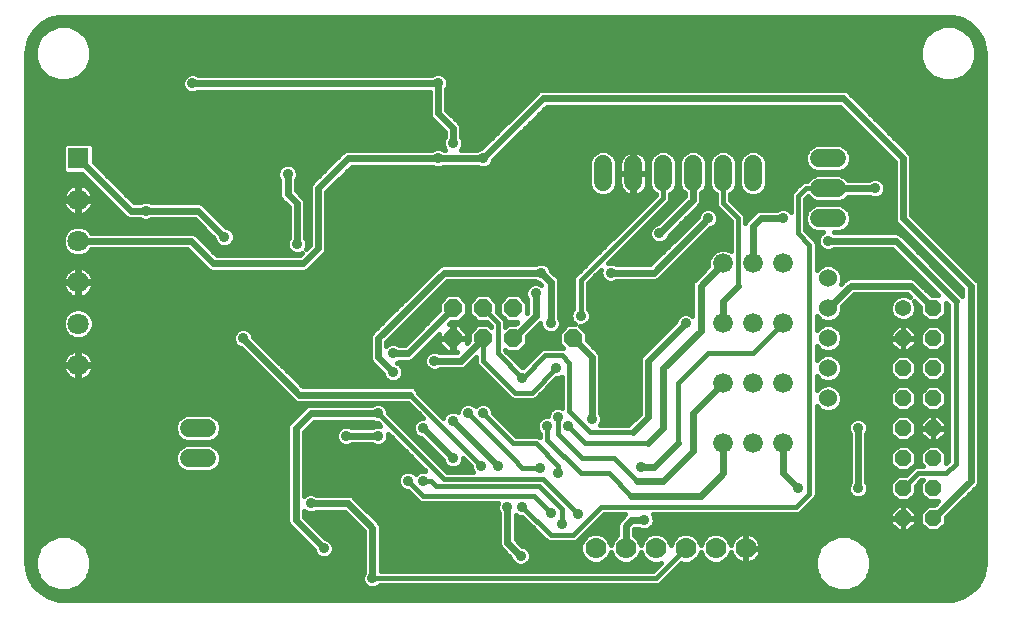
<source format=gbl>
G75*
G70*
%OFA0B0*%
%FSLAX24Y24*%
%IPPOS*%
%LPD*%
%AMOC8*
5,1,8,0,0,1.08239X$1,22.5*
%
%ADD10C,0.0600*%
%ADD11C,0.0540*%
%ADD12OC8,0.0540*%
%ADD13OC8,0.0600*%
%ADD14C,0.0700*%
%ADD15C,0.0660*%
%ADD16C,0.0600*%
%ADD17R,0.0709X0.0709*%
%ADD18C,0.0709*%
%ADD19C,0.0160*%
%ADD20C,0.0357*%
%ADD21C,0.0240*%
D10*
X006380Y005680D02*
X006980Y005680D01*
X006980Y006680D02*
X006380Y006680D01*
X020180Y014880D02*
X020180Y015480D01*
X021180Y015480D02*
X021180Y014880D01*
X022180Y014880D02*
X022180Y015480D01*
X023180Y015480D02*
X023180Y014880D01*
X024180Y014880D02*
X024180Y015480D01*
X025180Y015480D02*
X025180Y014880D01*
X027380Y014680D02*
X027980Y014680D01*
X027980Y013680D02*
X027380Y013680D01*
X027380Y015680D02*
X027980Y015680D01*
D11*
X030180Y010680D03*
D12*
X031180Y010680D03*
X031180Y009680D03*
X030180Y009680D03*
X030180Y008680D03*
X031180Y008680D03*
X031180Y007680D03*
X030180Y007680D03*
X030180Y006680D03*
X031180Y006680D03*
X031180Y005680D03*
X030180Y005680D03*
X030180Y004680D03*
X031180Y004680D03*
X031180Y003680D03*
X030180Y003680D03*
D13*
X019180Y009680D03*
X017180Y009680D03*
X016180Y009680D03*
X015180Y009680D03*
X015180Y010680D03*
X016180Y010680D03*
X017180Y010680D03*
D14*
X019930Y002680D03*
X020930Y002680D03*
X021930Y002680D03*
X022930Y002680D03*
X023930Y002680D03*
X024930Y002680D03*
D15*
X025180Y006180D03*
X024180Y006180D03*
X026180Y006180D03*
X026180Y008180D03*
X025180Y008180D03*
X024180Y008180D03*
X024180Y010180D03*
X025180Y010180D03*
X026180Y010180D03*
X026180Y012180D03*
X025180Y012180D03*
X024180Y012180D03*
D16*
X027680Y011680D03*
X027680Y010680D03*
X027680Y009680D03*
X027680Y008680D03*
X027680Y007680D03*
D17*
X002680Y015680D03*
D18*
X002680Y014302D03*
X002680Y012924D03*
X002680Y011546D03*
X002680Y010168D03*
X002680Y008790D03*
D19*
X001212Y001437D02*
X001437Y001212D01*
X001713Y001053D01*
X002021Y000970D01*
X002021Y000970D01*
X002180Y000960D01*
X031680Y000960D01*
X031839Y000970D01*
X032147Y001053D01*
X032423Y001212D01*
X032648Y001437D01*
X032807Y001713D01*
X032890Y002021D01*
X032900Y002180D01*
X032900Y019180D01*
X032890Y019339D01*
X032807Y019647D01*
X032648Y019923D01*
X032423Y020148D01*
X032147Y020307D01*
X031839Y020390D01*
X031680Y020400D01*
X002180Y020400D01*
X002021Y020390D01*
X001713Y020307D01*
X001437Y020148D01*
X001212Y019923D01*
X001053Y019647D01*
X000970Y019339D01*
X000960Y019180D01*
X000960Y019124D01*
X000960Y002180D01*
X000970Y002021D01*
X001053Y001713D01*
X001212Y001437D01*
X001192Y001473D02*
X001572Y001473D01*
X001653Y001392D02*
X001995Y001250D01*
X002365Y001250D01*
X002707Y001392D01*
X002968Y001653D01*
X003110Y001995D01*
X003110Y002365D01*
X002968Y002707D01*
X002707Y002968D01*
X002365Y003110D01*
X001995Y003110D01*
X001653Y002968D01*
X001392Y002707D01*
X001250Y002365D01*
X001250Y001995D01*
X001392Y001653D01*
X001653Y001392D01*
X001840Y001314D02*
X001335Y001314D01*
X001535Y001156D02*
X032325Y001156D01*
X032525Y001314D02*
X028520Y001314D01*
X028365Y001250D02*
X028707Y001392D01*
X028968Y001653D01*
X029110Y001995D01*
X029110Y002365D01*
X028968Y002707D01*
X028707Y002968D01*
X028365Y003110D01*
X027995Y003110D01*
X027653Y002968D01*
X027392Y002707D01*
X027250Y002365D01*
X027250Y001995D01*
X027392Y001653D01*
X027653Y001392D01*
X027995Y001250D01*
X028365Y001250D01*
X027840Y001314D02*
X002520Y001314D01*
X002788Y001473D02*
X012221Y001473D01*
X012205Y001488D02*
X012301Y001393D01*
X012425Y001341D01*
X012560Y001341D01*
X012684Y001393D01*
X012732Y001440D01*
X021978Y001440D01*
X022066Y001477D01*
X022133Y001544D01*
X022780Y002190D01*
X022829Y002170D01*
X023031Y002170D01*
X023219Y002248D01*
X023362Y002391D01*
X023430Y002554D01*
X023498Y002391D01*
X023641Y002248D01*
X023829Y002170D01*
X024031Y002170D01*
X024219Y002248D01*
X024362Y002391D01*
X024433Y002561D01*
X024433Y002561D01*
X024457Y002484D01*
X024494Y002413D01*
X024541Y002348D01*
X024598Y002291D01*
X024663Y002244D01*
X024734Y002207D01*
X024811Y002183D01*
X024890Y002170D01*
X024910Y002170D01*
X024910Y002660D01*
X024950Y002660D01*
X024950Y002700D01*
X024910Y002700D01*
X024910Y003190D01*
X024890Y003190D01*
X024811Y003177D01*
X024734Y003153D01*
X024663Y003116D01*
X024598Y003069D01*
X024541Y003012D01*
X024494Y002947D01*
X024457Y002876D01*
X024433Y002799D01*
X024362Y002969D01*
X024219Y003112D01*
X024031Y003190D01*
X023829Y003190D01*
X023641Y003112D01*
X023498Y002969D01*
X023430Y002806D01*
X023362Y002969D01*
X023219Y003112D01*
X023031Y003190D01*
X022829Y003190D01*
X022641Y003112D01*
X022498Y002969D01*
X022430Y002806D01*
X022362Y002969D01*
X022219Y003112D01*
X022031Y003190D01*
X021829Y003190D01*
X021641Y003112D01*
X021498Y002969D01*
X021430Y002806D01*
X021362Y002969D01*
X021219Y003112D01*
X021210Y003116D01*
X021210Y003314D01*
X021233Y003338D01*
X021356Y003338D01*
X021363Y003330D01*
X021488Y003279D01*
X021622Y003279D01*
X021747Y003330D01*
X021842Y003426D01*
X021894Y003550D01*
X021894Y003685D01*
X021842Y003809D01*
X021837Y003815D01*
X026665Y003815D01*
X026753Y003852D01*
X027191Y004289D01*
X027258Y004357D01*
X027295Y004445D01*
X027295Y007414D01*
X027419Y007290D01*
X027588Y007220D01*
X027771Y007220D01*
X027941Y007290D01*
X028070Y007419D01*
X028140Y007588D01*
X028140Y007771D01*
X028070Y007941D01*
X027941Y008070D01*
X027771Y008140D01*
X027588Y008140D01*
X027419Y008070D01*
X027295Y007946D01*
X027295Y008414D01*
X027419Y008290D01*
X027588Y008220D01*
X027771Y008220D01*
X027941Y008290D01*
X028070Y008419D01*
X028140Y008588D01*
X028140Y008771D01*
X028070Y008941D01*
X027941Y009070D01*
X027771Y009140D01*
X027588Y009140D01*
X027419Y009070D01*
X027295Y008946D01*
X027295Y009414D01*
X027419Y009290D01*
X027588Y009220D01*
X027771Y009220D01*
X027941Y009290D01*
X028070Y009419D01*
X028140Y009588D01*
X028140Y009771D01*
X028070Y009941D01*
X027941Y010070D01*
X027771Y010140D01*
X027588Y010140D01*
X027419Y010070D01*
X027295Y009946D01*
X027295Y010414D01*
X027419Y010290D01*
X027588Y010220D01*
X027771Y010220D01*
X027941Y010290D01*
X028070Y010419D01*
X028140Y010588D01*
X028140Y010744D01*
X028546Y011150D01*
X030314Y011150D01*
X030417Y011047D01*
X030266Y011110D01*
X030094Y011110D01*
X029936Y011045D01*
X029815Y010924D01*
X029750Y010766D01*
X029750Y010594D01*
X029815Y010436D01*
X029936Y010315D01*
X030094Y010250D01*
X030266Y010250D01*
X030424Y010315D01*
X030545Y010436D01*
X030610Y010594D01*
X030610Y010766D01*
X030547Y010917D01*
X030750Y010714D01*
X030750Y010502D01*
X031002Y010250D01*
X031358Y010250D01*
X031610Y010502D01*
X031610Y010854D01*
X031690Y010774D01*
X031690Y005592D01*
X031610Y005512D01*
X031610Y005858D01*
X031358Y006110D01*
X031002Y006110D01*
X030750Y005858D01*
X030750Y005502D01*
X030832Y005420D01*
X030632Y005420D01*
X030544Y005383D01*
X030271Y005110D01*
X030002Y005110D01*
X029750Y004858D01*
X029750Y004502D01*
X030002Y004250D01*
X030358Y004250D01*
X030610Y004502D01*
X030610Y004771D01*
X030779Y004940D01*
X030832Y004940D01*
X030750Y004858D01*
X030750Y004502D01*
X031002Y004250D01*
X031354Y004250D01*
X031214Y004110D01*
X031002Y004110D01*
X030750Y003858D01*
X030750Y003502D01*
X031002Y003250D01*
X031358Y003250D01*
X031610Y003502D01*
X031610Y003714D01*
X032667Y004771D01*
X032710Y004874D01*
X032710Y011486D01*
X032667Y011589D01*
X032589Y011667D01*
X030460Y013796D01*
X030460Y015736D01*
X030417Y015839D01*
X030339Y015917D01*
X028339Y017917D01*
X028236Y017960D01*
X018124Y017960D01*
X018021Y017917D01*
X017943Y017839D01*
X016123Y016019D01*
X016113Y016019D01*
X015988Y015967D01*
X015981Y015960D01*
X015439Y015960D01*
X015467Y015988D01*
X015519Y016113D01*
X015519Y016247D01*
X015467Y016372D01*
X015460Y016379D01*
X015460Y016736D01*
X015417Y016839D01*
X015339Y016917D01*
X014959Y017297D01*
X014959Y017981D01*
X014967Y017989D01*
X015018Y018113D01*
X015018Y018248D01*
X014967Y018372D01*
X014871Y018468D01*
X014747Y018519D01*
X014612Y018519D01*
X014488Y018468D01*
X014480Y018460D01*
X006692Y018460D01*
X006684Y018467D01*
X006560Y018519D01*
X006425Y018519D01*
X006301Y018467D01*
X006205Y018372D01*
X006154Y018247D01*
X006154Y018113D01*
X006205Y017988D01*
X006301Y017893D01*
X006425Y017841D01*
X006560Y017841D01*
X006684Y017893D01*
X006692Y017900D01*
X014399Y017900D01*
X014399Y017125D01*
X014442Y017022D01*
X014900Y016564D01*
X014900Y016379D01*
X014893Y016372D01*
X014841Y016247D01*
X014841Y016113D01*
X014893Y015988D01*
X014921Y015960D01*
X014879Y015960D01*
X014872Y015967D01*
X014747Y016019D01*
X014613Y016019D01*
X014488Y015967D01*
X014481Y015960D01*
X011624Y015960D01*
X011521Y015917D01*
X010521Y014917D01*
X010443Y014839D01*
X010400Y014736D01*
X010400Y012796D01*
X010276Y012672D01*
X010315Y012766D01*
X010315Y012901D01*
X010264Y013025D01*
X010256Y013033D01*
X010256Y014236D01*
X010214Y014339D01*
X009944Y014608D01*
X009944Y014965D01*
X009951Y014972D01*
X010003Y015097D01*
X010003Y015231D01*
X009951Y015356D01*
X009856Y015451D01*
X009731Y015503D01*
X009597Y015503D01*
X009472Y015451D01*
X009377Y015356D01*
X009325Y015231D01*
X009325Y015097D01*
X009377Y014972D01*
X009384Y014965D01*
X009384Y014437D01*
X009427Y014334D01*
X009696Y014064D01*
X009696Y013033D01*
X009689Y013025D01*
X009638Y012901D01*
X009638Y012766D01*
X009689Y012642D01*
X009785Y012546D01*
X009909Y012495D01*
X010044Y012495D01*
X010138Y012534D01*
X010064Y012460D01*
X007296Y012460D01*
X006673Y013083D01*
X006595Y013161D01*
X006492Y013204D01*
X003121Y013204D01*
X003116Y013215D01*
X002971Y013360D01*
X002782Y013438D01*
X002578Y013438D01*
X002389Y013360D01*
X002244Y013215D01*
X002166Y013026D01*
X002166Y012822D01*
X002244Y012633D01*
X002389Y012488D01*
X002578Y012410D01*
X002782Y012410D01*
X002971Y012488D01*
X003116Y012633D01*
X003121Y012644D01*
X006320Y012644D01*
X007021Y011943D01*
X007124Y011900D01*
X010236Y011900D01*
X010339Y011943D01*
X010417Y012021D01*
X010417Y012021D01*
X010839Y012443D01*
X010917Y012521D01*
X010960Y012624D01*
X010960Y014564D01*
X011796Y015400D01*
X014481Y015400D01*
X014488Y015393D01*
X014613Y015341D01*
X014747Y015341D01*
X014872Y015393D01*
X014879Y015400D01*
X015981Y015400D01*
X015988Y015393D01*
X016113Y015341D01*
X016247Y015341D01*
X016372Y015393D01*
X016467Y015488D01*
X016519Y015613D01*
X016519Y015623D01*
X018296Y017400D01*
X028064Y017400D01*
X029900Y015564D01*
X029900Y013624D01*
X029943Y013521D01*
X032150Y011314D01*
X032150Y011106D01*
X030167Y013089D01*
X030089Y013167D01*
X029986Y013210D01*
X027879Y013210D01*
X027872Y013217D01*
X027865Y013220D01*
X028071Y013220D01*
X028241Y013290D01*
X028370Y013419D01*
X028440Y013588D01*
X028440Y013771D01*
X028370Y013941D01*
X028241Y014070D01*
X028071Y014140D01*
X027288Y014140D01*
X027119Y014070D01*
X026990Y013941D01*
X026920Y013771D01*
X026920Y013588D01*
X026990Y013419D01*
X027119Y013290D01*
X027288Y013220D01*
X027495Y013220D01*
X027488Y013217D01*
X027393Y013122D01*
X027341Y012997D01*
X027341Y012863D01*
X027393Y012738D01*
X027488Y012643D01*
X027613Y012591D01*
X027747Y012591D01*
X027872Y012643D01*
X027879Y012650D01*
X029814Y012650D01*
X031354Y011110D01*
X031146Y011110D01*
X030589Y011667D01*
X030486Y011710D01*
X028374Y011710D01*
X028271Y011667D01*
X028193Y011589D01*
X028103Y011499D01*
X028140Y011588D01*
X028140Y011771D01*
X028070Y011941D01*
X027941Y012070D01*
X027771Y012140D01*
X027588Y012140D01*
X027419Y012070D01*
X027295Y011946D01*
X027295Y012853D01*
X027258Y012941D01*
X026920Y013279D01*
X026920Y014331D01*
X026999Y014410D01*
X027119Y014290D01*
X027288Y014220D01*
X028071Y014220D01*
X028241Y014290D01*
X028351Y014400D01*
X029043Y014400D01*
X029051Y014393D01*
X029175Y014341D01*
X029310Y014341D01*
X029434Y014393D01*
X029530Y014488D01*
X029581Y014613D01*
X029581Y014747D01*
X029530Y014872D01*
X029434Y014967D01*
X029310Y015019D01*
X029175Y015019D01*
X029051Y014967D01*
X029043Y014960D01*
X028351Y014960D01*
X028241Y015070D01*
X028071Y015140D01*
X027288Y015140D01*
X027119Y015070D01*
X026990Y014941D01*
X026982Y014920D01*
X026882Y014920D01*
X026794Y014883D01*
X026727Y014816D01*
X026477Y014566D01*
X026440Y014478D01*
X026440Y013899D01*
X026372Y013967D01*
X026247Y014019D01*
X026113Y014019D01*
X025988Y013967D01*
X025981Y013960D01*
X025374Y013960D01*
X025271Y013917D01*
X025021Y013667D01*
X024943Y013589D01*
X024920Y013534D01*
X024920Y013728D01*
X024883Y013816D01*
X024420Y014279D01*
X024420Y014482D01*
X024441Y014490D01*
X024570Y014619D01*
X024640Y014788D01*
X024640Y015571D01*
X024570Y015741D01*
X024441Y015870D01*
X024271Y015940D01*
X024088Y015940D01*
X023919Y015870D01*
X023790Y015741D01*
X023720Y015571D01*
X023720Y014788D01*
X023790Y014619D01*
X023919Y014490D01*
X023940Y014482D01*
X023940Y014132D01*
X023977Y014044D01*
X024440Y013581D01*
X024440Y012603D01*
X024277Y012670D01*
X024083Y012670D01*
X023902Y012595D01*
X023765Y012458D01*
X023690Y012277D01*
X023690Y012086D01*
X023271Y011667D01*
X023193Y011589D01*
X023150Y011486D01*
X023150Y010439D01*
X023122Y010467D01*
X022997Y010519D01*
X022863Y010519D01*
X022738Y010467D01*
X022643Y010372D01*
X022591Y010247D01*
X022591Y010237D01*
X021443Y009089D01*
X021400Y008986D01*
X021400Y007171D01*
X021024Y006795D01*
X020087Y006795D01*
X020092Y006801D01*
X020144Y006925D01*
X020144Y007060D01*
X020092Y007184D01*
X020085Y007192D01*
X020085Y009111D01*
X020042Y009214D01*
X019640Y009616D01*
X019640Y009871D01*
X019419Y010091D01*
X019497Y010091D01*
X019622Y010143D01*
X019717Y010238D01*
X019769Y010363D01*
X019769Y010497D01*
X019717Y010622D01*
X019670Y010669D01*
X019670Y011518D01*
X020094Y011943D01*
X020091Y011935D01*
X020091Y011800D01*
X020143Y011676D01*
X020238Y011580D01*
X020363Y011529D01*
X020497Y011529D01*
X020622Y011580D01*
X020629Y011588D01*
X021923Y011588D01*
X022026Y011630D01*
X023737Y013341D01*
X023747Y013341D01*
X023872Y013393D01*
X023967Y013488D01*
X024019Y013613D01*
X024019Y013747D01*
X023967Y013872D01*
X023872Y013967D01*
X023747Y014019D01*
X023613Y014019D01*
X023488Y013967D01*
X023393Y013872D01*
X023341Y013747D01*
X023341Y013737D01*
X021752Y012147D01*
X020629Y012147D01*
X020622Y012155D01*
X020497Y012206D01*
X020363Y012206D01*
X020355Y012203D01*
X022383Y014232D01*
X022420Y014320D01*
X022420Y014482D01*
X022441Y014490D01*
X022570Y014619D01*
X022640Y014788D01*
X022640Y015571D01*
X022570Y015741D01*
X022441Y015870D01*
X022271Y015940D01*
X022088Y015940D01*
X021919Y015870D01*
X021790Y015741D01*
X021720Y015571D01*
X021720Y014788D01*
X021790Y014619D01*
X021919Y014490D01*
X021940Y014482D01*
X021940Y014467D01*
X019227Y011753D01*
X019190Y011665D01*
X019190Y010669D01*
X019143Y010622D01*
X019091Y010497D01*
X019091Y010363D01*
X019143Y010238D01*
X019238Y010143D01*
X019245Y010140D01*
X018989Y010140D01*
X018720Y009871D01*
X018720Y009489D01*
X018852Y009357D01*
X018195Y009357D01*
X018107Y009321D01*
X018039Y009253D01*
X017494Y008709D01*
X017491Y008709D01*
X016920Y009279D01*
X016920Y009289D01*
X016989Y009220D01*
X017371Y009220D01*
X017640Y009489D01*
X017640Y009744D01*
X018091Y010195D01*
X018091Y010113D01*
X018143Y009988D01*
X018238Y009893D01*
X018363Y009841D01*
X018497Y009841D01*
X018622Y009893D01*
X018717Y009988D01*
X018769Y010113D01*
X018769Y010247D01*
X018717Y010372D01*
X018710Y010379D01*
X018710Y011611D01*
X018667Y011714D01*
X018456Y011925D01*
X018456Y011935D01*
X018405Y012059D01*
X018309Y012155D01*
X018185Y012206D01*
X018050Y012206D01*
X017926Y012155D01*
X017918Y012147D01*
X014812Y012147D01*
X014709Y012105D01*
X012521Y009917D01*
X012443Y009839D01*
X012400Y009736D01*
X012400Y008999D01*
X012443Y008896D01*
X012521Y008818D01*
X012521Y008818D01*
X012841Y008498D01*
X012841Y008488D01*
X012893Y008363D01*
X012988Y008268D01*
X013113Y008216D01*
X013247Y008216D01*
X013372Y008268D01*
X013467Y008363D01*
X013519Y008488D01*
X013519Y008622D01*
X013467Y008747D01*
X013372Y008842D01*
X013311Y008867D01*
X013372Y008893D01*
X013379Y008900D01*
X013736Y008900D01*
X013839Y008943D01*
X014720Y009824D01*
X014720Y009700D01*
X015160Y009700D01*
X015160Y010140D01*
X015036Y010140D01*
X015116Y010220D01*
X015371Y010220D01*
X015640Y010489D01*
X015640Y010871D01*
X015371Y011140D01*
X014989Y011140D01*
X014720Y010871D01*
X014720Y010616D01*
X013564Y009460D01*
X013379Y009460D01*
X013372Y009467D01*
X013247Y009519D01*
X013113Y009519D01*
X012988Y009467D01*
X012960Y009439D01*
X012960Y009564D01*
X014983Y011588D01*
X017918Y011588D01*
X017926Y011580D01*
X018050Y011529D01*
X018060Y011529D01*
X018122Y011467D01*
X017997Y011519D01*
X017863Y011519D01*
X017738Y011467D01*
X017643Y011372D01*
X017591Y011247D01*
X017591Y011113D01*
X017643Y010988D01*
X017650Y010981D01*
X017650Y010546D01*
X017640Y010536D01*
X017640Y010871D01*
X017371Y011140D01*
X016989Y011140D01*
X016720Y010871D01*
X016720Y010489D01*
X016989Y010220D01*
X017324Y010220D01*
X017244Y010140D01*
X016989Y010140D01*
X016920Y010071D01*
X016920Y010228D01*
X016883Y010316D01*
X016640Y010559D01*
X016640Y010871D01*
X016371Y011140D01*
X015989Y011140D01*
X015720Y010871D01*
X015720Y010489D01*
X015989Y010220D01*
X016301Y010220D01*
X016440Y010081D01*
X016440Y010071D01*
X016371Y010140D01*
X015989Y010140D01*
X015720Y009871D01*
X015720Y009616D01*
X015640Y009536D01*
X015640Y009660D01*
X015200Y009660D01*
X015200Y009700D01*
X015160Y009700D01*
X015160Y009660D01*
X015200Y009660D01*
X015200Y009220D01*
X015324Y009220D01*
X015314Y009210D01*
X014754Y009210D01*
X014747Y009217D01*
X014622Y009269D01*
X014488Y009269D01*
X014363Y009217D01*
X014268Y009122D01*
X014216Y008997D01*
X014216Y008863D01*
X014268Y008738D01*
X014363Y008643D01*
X014488Y008591D01*
X014622Y008591D01*
X014747Y008643D01*
X014754Y008650D01*
X015486Y008650D01*
X015589Y008693D01*
X015940Y009044D01*
X015940Y008882D01*
X015977Y008794D01*
X016044Y008727D01*
X017107Y007664D01*
X017195Y007628D01*
X017853Y007628D01*
X017941Y007664D01*
X018008Y007732D01*
X018618Y008341D01*
X018685Y008341D01*
X018809Y008393D01*
X018815Y008398D01*
X018815Y007366D01*
X018747Y007394D01*
X018613Y007394D01*
X018488Y007342D01*
X018393Y007247D01*
X018341Y007122D01*
X018341Y007081D01*
X018238Y007081D01*
X018113Y007030D01*
X018018Y006934D01*
X017966Y006810D01*
X017966Y006675D01*
X018018Y006551D01*
X018065Y006503D01*
X018065Y006384D01*
X017978Y006420D01*
X017279Y006420D01*
X016519Y007181D01*
X016519Y007247D01*
X016467Y007372D01*
X016372Y007467D01*
X016247Y007519D01*
X016113Y007519D01*
X015988Y007467D01*
X015930Y007409D01*
X015872Y007467D01*
X015747Y007519D01*
X015613Y007519D01*
X015488Y007467D01*
X015393Y007372D01*
X015341Y007247D01*
X015341Y007230D01*
X015247Y007269D01*
X015113Y007269D01*
X014988Y007217D01*
X014893Y007122D01*
X014855Y007032D01*
X014020Y007867D01*
X013980Y007964D01*
X013901Y008042D01*
X013798Y008085D01*
X010171Y008085D01*
X008519Y009737D01*
X008519Y009747D01*
X008467Y009872D01*
X008372Y009967D01*
X008247Y010019D01*
X008113Y010019D01*
X007988Y009967D01*
X007893Y009872D01*
X007841Y009747D01*
X007841Y009613D01*
X007893Y009488D01*
X007988Y009393D01*
X008113Y009341D01*
X008123Y009341D01*
X009896Y007568D01*
X009999Y007525D01*
X013683Y007525D01*
X014189Y007019D01*
X014113Y007019D01*
X013988Y006967D01*
X013893Y006872D01*
X013841Y006747D01*
X013841Y006613D01*
X013893Y006488D01*
X013988Y006393D01*
X014113Y006341D01*
X014123Y006341D01*
X014841Y005623D01*
X014841Y005613D01*
X014893Y005488D01*
X014988Y005393D01*
X015113Y005341D01*
X015247Y005341D01*
X015372Y005393D01*
X015467Y005488D01*
X015519Y005613D01*
X015519Y005689D01*
X015779Y005429D01*
X015779Y005363D01*
X015830Y005238D01*
X015836Y005232D01*
X014967Y005232D01*
X013019Y007181D01*
X013019Y007247D01*
X012967Y007372D01*
X012872Y007467D01*
X012747Y007519D01*
X012613Y007519D01*
X012488Y007467D01*
X012481Y007460D01*
X010374Y007460D01*
X010271Y007417D01*
X010193Y007339D01*
X009693Y006839D01*
X009650Y006736D01*
X009650Y003562D01*
X009693Y003459D01*
X009771Y003380D01*
X010529Y002623D01*
X010529Y002613D01*
X010580Y002488D01*
X010676Y002393D01*
X010800Y002341D01*
X010935Y002341D01*
X011059Y002393D01*
X011155Y002488D01*
X011206Y002613D01*
X011206Y002747D01*
X011155Y002872D01*
X011059Y002967D01*
X010935Y003019D01*
X010925Y003019D01*
X010210Y003733D01*
X010210Y003921D01*
X010238Y003893D01*
X010363Y003841D01*
X010497Y003841D01*
X010622Y003893D01*
X010629Y003900D01*
X011564Y003900D01*
X012213Y003252D01*
X012213Y001879D01*
X012205Y001872D01*
X012154Y001747D01*
X012154Y001613D01*
X012205Y001488D01*
X012154Y001631D02*
X002946Y001631D01*
X003025Y001790D02*
X012171Y001790D01*
X012213Y001948D02*
X003091Y001948D01*
X003110Y002107D02*
X012213Y002107D01*
X012213Y002265D02*
X003110Y002265D01*
X003086Y002424D02*
X010645Y002424D01*
X010541Y002582D02*
X003020Y002582D01*
X002935Y002741D02*
X010411Y002741D01*
X010253Y002899D02*
X002776Y002899D01*
X002492Y003058D02*
X010094Y003058D01*
X009936Y003216D02*
X000960Y003216D01*
X000960Y003058D02*
X001868Y003058D01*
X001584Y002899D02*
X000960Y002899D01*
X000960Y002741D02*
X001425Y002741D01*
X001340Y002582D02*
X000960Y002582D01*
X000960Y002424D02*
X001274Y002424D01*
X001250Y002265D02*
X000960Y002265D01*
X000965Y002107D02*
X001250Y002107D01*
X001269Y001948D02*
X000990Y001948D01*
X001032Y001790D02*
X001335Y001790D01*
X001414Y001631D02*
X001100Y001631D01*
X001922Y000997D02*
X031938Y000997D01*
X032668Y001473D02*
X028788Y001473D01*
X028946Y001631D02*
X032760Y001631D01*
X032828Y001790D02*
X029025Y001790D01*
X029091Y001948D02*
X032870Y001948D01*
X032895Y002107D02*
X029110Y002107D01*
X029110Y002265D02*
X032900Y002265D01*
X032900Y002424D02*
X029086Y002424D01*
X029020Y002582D02*
X032900Y002582D01*
X032900Y002741D02*
X028935Y002741D01*
X028776Y002899D02*
X032900Y002899D01*
X032900Y003058D02*
X028492Y003058D01*
X027868Y003058D02*
X025274Y003058D01*
X025262Y003069D02*
X025197Y003116D01*
X025126Y003153D01*
X025049Y003177D01*
X024970Y003190D01*
X024950Y003190D01*
X024950Y002700D01*
X025440Y002700D01*
X025440Y002720D01*
X025427Y002799D01*
X025403Y002876D01*
X025366Y002947D01*
X025319Y003012D01*
X025262Y003069D01*
X025391Y002899D02*
X027584Y002899D01*
X027425Y002741D02*
X025437Y002741D01*
X025440Y002660D02*
X024950Y002660D01*
X024950Y002170D01*
X024970Y002170D01*
X025049Y002183D01*
X025126Y002207D01*
X025197Y002244D01*
X025262Y002291D01*
X025319Y002348D01*
X025366Y002413D01*
X025403Y002484D01*
X025427Y002561D01*
X025440Y002640D01*
X025440Y002660D01*
X025431Y002582D02*
X027340Y002582D01*
X027274Y002424D02*
X025372Y002424D01*
X025226Y002265D02*
X027250Y002265D01*
X027250Y002107D02*
X022696Y002107D01*
X022537Y001948D02*
X027269Y001948D01*
X027335Y001790D02*
X022379Y001790D01*
X022220Y001631D02*
X027414Y001631D01*
X027572Y001473D02*
X022056Y001473D01*
X022133Y001544D02*
X022133Y001544D01*
X021930Y001680D02*
X012493Y001680D01*
X012772Y001920D02*
X012772Y003423D01*
X012730Y003526D01*
X011917Y004339D01*
X011839Y004417D01*
X011736Y004460D01*
X010629Y004460D01*
X010622Y004467D01*
X010497Y004519D01*
X010363Y004519D01*
X010238Y004467D01*
X010210Y004439D01*
X010210Y006564D01*
X010546Y006900D01*
X012481Y006900D01*
X012488Y006893D01*
X012613Y006841D01*
X012679Y006841D01*
X012755Y006766D01*
X012747Y006769D01*
X012613Y006769D01*
X012488Y006717D01*
X012481Y006710D01*
X011817Y006710D01*
X011809Y006717D01*
X011685Y006769D01*
X011550Y006769D01*
X011426Y006717D01*
X011330Y006622D01*
X011279Y006497D01*
X011279Y006363D01*
X011330Y006238D01*
X011426Y006143D01*
X011550Y006091D01*
X011685Y006091D01*
X011809Y006143D01*
X011817Y006150D01*
X012481Y006150D01*
X012488Y006143D01*
X012613Y006091D01*
X012747Y006091D01*
X012872Y006143D01*
X012967Y006238D01*
X013019Y006363D01*
X013019Y006497D01*
X013016Y006505D01*
X014255Y005266D01*
X014247Y005269D01*
X014113Y005269D01*
X013988Y005217D01*
X013930Y005159D01*
X013872Y005217D01*
X013747Y005269D01*
X013613Y005269D01*
X013488Y005217D01*
X013393Y005122D01*
X013341Y004997D01*
X013341Y004863D01*
X013393Y004738D01*
X013488Y004643D01*
X013613Y004591D01*
X013679Y004591D01*
X014044Y004227D01*
X014132Y004190D01*
X016682Y004190D01*
X016654Y004122D01*
X016654Y003988D01*
X016705Y003863D01*
X016713Y003856D01*
X016713Y002812D01*
X016755Y002709D01*
X017091Y002373D01*
X017091Y002363D01*
X017143Y002238D01*
X017238Y002143D01*
X017363Y002091D01*
X017497Y002091D01*
X017622Y002143D01*
X017717Y002238D01*
X017769Y002363D01*
X017769Y002497D01*
X017717Y002622D01*
X017622Y002717D01*
X017497Y002769D01*
X017487Y002769D01*
X017272Y002983D01*
X017272Y003796D01*
X017298Y003770D01*
X017423Y003719D01*
X017489Y003719D01*
X018227Y002982D01*
X018294Y002914D01*
X018382Y002878D01*
X019228Y002878D01*
X019316Y002914D01*
X020217Y003815D01*
X020919Y003815D01*
X020771Y003667D01*
X020693Y003589D01*
X020650Y003486D01*
X020650Y003116D01*
X020641Y003112D01*
X020498Y002969D01*
X020430Y002806D01*
X020362Y002969D01*
X020219Y003112D01*
X020031Y003190D01*
X019829Y003190D01*
X019641Y003112D01*
X019498Y002969D01*
X019420Y002781D01*
X019420Y002579D01*
X019498Y002391D01*
X019641Y002248D01*
X019829Y002170D01*
X020031Y002170D01*
X020219Y002248D01*
X020362Y002391D01*
X020430Y002554D01*
X020498Y002391D01*
X020641Y002248D01*
X020829Y002170D01*
X021031Y002170D01*
X021219Y002248D01*
X021362Y002391D01*
X021430Y002554D01*
X021498Y002391D01*
X021641Y002248D01*
X021829Y002170D01*
X022031Y002170D01*
X022115Y002205D01*
X021831Y001920D01*
X012772Y001920D01*
X012772Y001948D02*
X021859Y001948D01*
X022017Y002107D02*
X017534Y002107D01*
X017326Y002107D02*
X012772Y002107D01*
X012772Y002265D02*
X017132Y002265D01*
X017041Y002424D02*
X012772Y002424D01*
X012772Y002582D02*
X016882Y002582D01*
X016742Y002741D02*
X012772Y002741D01*
X012772Y002899D02*
X016713Y002899D01*
X016713Y003058D02*
X012772Y003058D01*
X012772Y003216D02*
X016713Y003216D01*
X016713Y003375D02*
X012772Y003375D01*
X012723Y003533D02*
X016713Y003533D01*
X016713Y003692D02*
X012564Y003692D01*
X012406Y003850D02*
X016713Y003850D01*
X016654Y004009D02*
X012247Y004009D01*
X012089Y004167D02*
X016672Y004167D01*
X017272Y003692D02*
X017517Y003692D01*
X017675Y003533D02*
X017272Y003533D01*
X017272Y003375D02*
X017834Y003375D01*
X017992Y003216D02*
X017272Y003216D01*
X017272Y003058D02*
X018151Y003058D01*
X018330Y002899D02*
X017357Y002899D01*
X017566Y002741D02*
X019420Y002741D01*
X019420Y002582D02*
X017734Y002582D01*
X017769Y002424D02*
X019484Y002424D01*
X019624Y002265D02*
X017728Y002265D01*
X018430Y003118D02*
X019180Y003118D01*
X020118Y004055D01*
X026618Y004055D01*
X027055Y004493D01*
X027055Y012805D01*
X026680Y013180D01*
X026680Y014430D01*
X026930Y014680D01*
X027680Y014680D01*
X027200Y015104D02*
X025640Y015104D01*
X025640Y015262D02*
X027187Y015262D01*
X027119Y015290D02*
X027288Y015220D01*
X028071Y015220D01*
X028241Y015290D01*
X028370Y015419D01*
X028440Y015588D01*
X028440Y015771D01*
X028370Y015941D01*
X028241Y016070D01*
X028071Y016140D01*
X027288Y016140D01*
X027119Y016070D01*
X026990Y015941D01*
X026920Y015771D01*
X026920Y015588D01*
X026990Y015419D01*
X027119Y015290D01*
X026990Y015421D02*
X025640Y015421D01*
X025640Y015571D02*
X025570Y015741D01*
X025441Y015870D01*
X025271Y015940D01*
X025088Y015940D01*
X024919Y015870D01*
X024790Y015741D01*
X024720Y015571D01*
X024720Y014788D01*
X024790Y014619D01*
X024919Y014490D01*
X025088Y014420D01*
X025271Y014420D01*
X025441Y014490D01*
X025570Y014619D01*
X025640Y014788D01*
X025640Y015571D01*
X025637Y015579D02*
X026924Y015579D01*
X026920Y015738D02*
X025571Y015738D01*
X025378Y015896D02*
X026972Y015896D01*
X027104Y016055D02*
X016951Y016055D01*
X017109Y016213D02*
X029251Y016213D01*
X029409Y016055D02*
X028256Y016055D01*
X028388Y015896D02*
X029568Y015896D01*
X029726Y015738D02*
X028440Y015738D01*
X028436Y015579D02*
X029885Y015579D01*
X029900Y015421D02*
X028370Y015421D01*
X028173Y015262D02*
X029900Y015262D01*
X029900Y015104D02*
X028160Y015104D01*
X029457Y014945D02*
X029900Y014945D01*
X029900Y014787D02*
X029565Y014787D01*
X029581Y014628D02*
X029900Y014628D01*
X029900Y014470D02*
X029511Y014470D01*
X029900Y014311D02*
X028262Y014311D01*
X028317Y013994D02*
X029900Y013994D01*
X029900Y013836D02*
X028413Y013836D01*
X028440Y013677D02*
X029900Y013677D01*
X029945Y013519D02*
X028411Y013519D01*
X028311Y013360D02*
X030104Y013360D01*
X030006Y013202D02*
X030263Y013202D01*
X030213Y013043D02*
X030421Y013043D01*
X030371Y012885D02*
X030580Y012885D01*
X030530Y012726D02*
X030738Y012726D01*
X030688Y012568D02*
X030897Y012568D01*
X030847Y012409D02*
X031055Y012409D01*
X031005Y012251D02*
X031214Y012251D01*
X031164Y012092D02*
X031372Y012092D01*
X031322Y011934D02*
X031531Y011934D01*
X031481Y011775D02*
X031689Y011775D01*
X031639Y011617D02*
X031848Y011617D01*
X031798Y011458D02*
X032006Y011458D01*
X031956Y011300D02*
X032150Y011300D01*
X032150Y011141D02*
X032115Y011141D01*
X031930Y010930D02*
X031930Y005493D01*
X031618Y005180D01*
X030680Y005180D01*
X030180Y004680D01*
X030610Y004643D02*
X030750Y004643D01*
X030750Y004801D02*
X030640Y004801D01*
X030279Y005118D02*
X028960Y005118D01*
X028960Y004960D02*
X029851Y004960D01*
X029750Y004801D02*
X028997Y004801D01*
X029019Y004747D02*
X028967Y004872D01*
X028960Y004879D01*
X028960Y006481D01*
X028967Y006488D01*
X029019Y006613D01*
X029019Y006747D01*
X028967Y006872D01*
X028872Y006967D01*
X028747Y007019D01*
X028613Y007019D01*
X028488Y006967D01*
X028393Y006872D01*
X028341Y006747D01*
X028341Y006613D01*
X028393Y006488D01*
X028400Y006481D01*
X028400Y004879D01*
X028393Y004872D01*
X028341Y004747D01*
X028341Y004613D01*
X028393Y004488D01*
X028488Y004393D01*
X028613Y004341D01*
X028747Y004341D01*
X028872Y004393D01*
X028967Y004488D01*
X029019Y004613D01*
X029019Y004747D01*
X029019Y004643D02*
X029750Y004643D01*
X029768Y004484D02*
X028963Y004484D01*
X028397Y004484D02*
X027295Y004484D01*
X027295Y004643D02*
X028341Y004643D01*
X028363Y004801D02*
X027295Y004801D01*
X027295Y004960D02*
X028400Y004960D01*
X028400Y005118D02*
X027295Y005118D01*
X027295Y005277D02*
X028400Y005277D01*
X028400Y005435D02*
X027295Y005435D01*
X027295Y005594D02*
X028400Y005594D01*
X028400Y005752D02*
X027295Y005752D01*
X027295Y005911D02*
X028400Y005911D01*
X028400Y006069D02*
X027295Y006069D01*
X027295Y006228D02*
X028400Y006228D01*
X028400Y006386D02*
X027295Y006386D01*
X027295Y006545D02*
X028369Y006545D01*
X028341Y006703D02*
X027295Y006703D01*
X027295Y006862D02*
X028389Y006862D01*
X028971Y006862D02*
X029753Y006862D01*
X029750Y006858D02*
X029750Y006502D01*
X030002Y006250D01*
X030358Y006250D01*
X030610Y006502D01*
X030610Y006858D01*
X030358Y007110D01*
X030002Y007110D01*
X029750Y006858D01*
X029750Y006703D02*
X029019Y006703D01*
X028991Y006545D02*
X029750Y006545D01*
X029866Y006386D02*
X028960Y006386D01*
X028960Y006228D02*
X031690Y006228D01*
X031690Y006386D02*
X031494Y006386D01*
X031610Y006502D02*
X031610Y006670D01*
X031190Y006670D01*
X031190Y006690D01*
X031170Y006690D01*
X031170Y007110D01*
X031002Y007110D01*
X030750Y006858D01*
X030750Y006690D01*
X031170Y006690D01*
X031170Y006670D01*
X030750Y006670D01*
X030750Y006502D01*
X031002Y006250D01*
X031170Y006250D01*
X031170Y006670D01*
X031190Y006670D01*
X031190Y006250D01*
X031358Y006250D01*
X031610Y006502D01*
X031610Y006545D02*
X031690Y006545D01*
X031690Y006703D02*
X031610Y006703D01*
X031610Y006690D02*
X031610Y006858D01*
X031358Y007110D01*
X031190Y007110D01*
X031190Y006690D01*
X031610Y006690D01*
X031607Y006862D02*
X031690Y006862D01*
X031690Y007020D02*
X031448Y007020D01*
X031358Y007250D02*
X031002Y007250D01*
X030750Y007502D01*
X030750Y007858D01*
X031002Y008110D01*
X031358Y008110D01*
X031610Y007858D01*
X031610Y007502D01*
X031358Y007250D01*
X031445Y007337D02*
X031690Y007337D01*
X031690Y007179D02*
X027295Y007179D01*
X027295Y007337D02*
X027372Y007337D01*
X027295Y007020D02*
X029912Y007020D01*
X030002Y007250D02*
X030358Y007250D01*
X030610Y007502D01*
X030610Y007858D01*
X030358Y008110D01*
X030002Y008110D01*
X029750Y007858D01*
X029750Y007502D01*
X030002Y007250D01*
X029915Y007337D02*
X027988Y007337D01*
X028101Y007496D02*
X029756Y007496D01*
X029750Y007654D02*
X028140Y007654D01*
X028123Y007813D02*
X029750Y007813D01*
X029863Y007971D02*
X028040Y007971D01*
X027797Y008130D02*
X031690Y008130D01*
X031690Y008288D02*
X031396Y008288D01*
X031358Y008250D02*
X031610Y008502D01*
X031610Y008858D01*
X031358Y009110D01*
X031002Y009110D01*
X030750Y008858D01*
X030750Y008502D01*
X031002Y008250D01*
X031358Y008250D01*
X031555Y008447D02*
X031690Y008447D01*
X031690Y008605D02*
X031610Y008605D01*
X031610Y008764D02*
X031690Y008764D01*
X031690Y008922D02*
X031546Y008922D01*
X031690Y009081D02*
X031388Y009081D01*
X031358Y009250D02*
X031002Y009250D01*
X030750Y009502D01*
X030750Y009858D01*
X031002Y010110D01*
X031358Y010110D01*
X031610Y009858D01*
X031610Y009502D01*
X031358Y009250D01*
X031506Y009398D02*
X031690Y009398D01*
X031690Y009556D02*
X031610Y009556D01*
X031610Y009715D02*
X031690Y009715D01*
X031690Y009873D02*
X031595Y009873D01*
X031690Y010032D02*
X031437Y010032D01*
X031690Y010190D02*
X027295Y010190D01*
X027295Y010032D02*
X027381Y010032D01*
X027361Y010349D02*
X027295Y010349D01*
X027999Y010349D02*
X029903Y010349D01*
X029786Y010507D02*
X028106Y010507D01*
X028140Y010666D02*
X029750Y010666D01*
X029774Y010824D02*
X028220Y010824D01*
X028378Y010983D02*
X029874Y010983D01*
X030323Y011141D02*
X028537Y011141D01*
X028221Y011617D02*
X028140Y011617D01*
X028139Y011775D02*
X030689Y011775D01*
X030639Y011617D02*
X030848Y011617D01*
X030798Y011458D02*
X031006Y011458D01*
X030956Y011300D02*
X031165Y011300D01*
X031115Y011141D02*
X031323Y011141D01*
X031610Y010824D02*
X031640Y010824D01*
X031610Y010666D02*
X031690Y010666D01*
X031690Y010507D02*
X031610Y010507D01*
X031690Y010349D02*
X031457Y010349D01*
X030903Y010349D02*
X030457Y010349D01*
X030574Y010507D02*
X030750Y010507D01*
X030750Y010666D02*
X030610Y010666D01*
X030586Y010824D02*
X030640Y010824D01*
X030358Y010110D02*
X030190Y010110D01*
X030190Y009690D01*
X030170Y009690D01*
X030170Y010110D01*
X030002Y010110D01*
X029750Y009858D01*
X029750Y009690D01*
X030170Y009690D01*
X030170Y009670D01*
X029750Y009670D01*
X029750Y009502D01*
X030002Y009250D01*
X030170Y009250D01*
X030170Y009670D01*
X030190Y009670D01*
X030190Y009690D01*
X030610Y009690D01*
X030610Y009858D01*
X030358Y010110D01*
X030437Y010032D02*
X030923Y010032D01*
X030765Y009873D02*
X030595Y009873D01*
X030610Y009715D02*
X030750Y009715D01*
X030610Y009670D02*
X030190Y009670D01*
X030190Y009250D01*
X030358Y009250D01*
X030610Y009502D01*
X030610Y009670D01*
X030610Y009556D02*
X030750Y009556D01*
X030854Y009398D02*
X030506Y009398D01*
X030190Y009398D02*
X030170Y009398D01*
X030170Y009556D02*
X030190Y009556D01*
X030190Y009715D02*
X030170Y009715D01*
X030170Y009873D02*
X030190Y009873D01*
X030190Y010032D02*
X030170Y010032D01*
X029923Y010032D02*
X027979Y010032D01*
X028098Y009873D02*
X029765Y009873D01*
X029750Y009715D02*
X028140Y009715D01*
X028127Y009556D02*
X029750Y009556D01*
X029854Y009398D02*
X028048Y009398D01*
X027817Y009239D02*
X031690Y009239D01*
X030972Y009081D02*
X030388Y009081D01*
X030358Y009110D02*
X030002Y009110D01*
X029750Y008858D01*
X029750Y008502D01*
X030002Y008250D01*
X030358Y008250D01*
X030610Y008502D01*
X030610Y008858D01*
X030358Y009110D01*
X030546Y008922D02*
X030814Y008922D01*
X030750Y008764D02*
X030610Y008764D01*
X030610Y008605D02*
X030750Y008605D01*
X030805Y008447D02*
X030555Y008447D01*
X030396Y008288D02*
X030964Y008288D01*
X030863Y007971D02*
X030497Y007971D01*
X030610Y007813D02*
X030750Y007813D01*
X030750Y007654D02*
X030610Y007654D01*
X030604Y007496D02*
X030756Y007496D01*
X030915Y007337D02*
X030445Y007337D01*
X030448Y007020D02*
X030912Y007020D01*
X030753Y006862D02*
X030607Y006862D01*
X030610Y006703D02*
X030750Y006703D01*
X030750Y006545D02*
X030610Y006545D01*
X030494Y006386D02*
X030866Y006386D01*
X031170Y006386D02*
X031190Y006386D01*
X031190Y006545D02*
X031170Y006545D01*
X031170Y006703D02*
X031190Y006703D01*
X031190Y006862D02*
X031170Y006862D01*
X031170Y007020D02*
X031190Y007020D01*
X031604Y007496D02*
X031690Y007496D01*
X031690Y007654D02*
X031610Y007654D01*
X031610Y007813D02*
X031690Y007813D01*
X031690Y007971D02*
X031497Y007971D01*
X032710Y007971D02*
X032900Y007971D01*
X032900Y007813D02*
X032710Y007813D01*
X032710Y007654D02*
X032900Y007654D01*
X032900Y007496D02*
X032710Y007496D01*
X032710Y007337D02*
X032900Y007337D01*
X032900Y007179D02*
X032710Y007179D01*
X032710Y007020D02*
X032900Y007020D01*
X032900Y006862D02*
X032710Y006862D01*
X032710Y006703D02*
X032900Y006703D01*
X032900Y006545D02*
X032710Y006545D01*
X032710Y006386D02*
X032900Y006386D01*
X032900Y006228D02*
X032710Y006228D01*
X032710Y006069D02*
X032900Y006069D01*
X032900Y005911D02*
X032710Y005911D01*
X032710Y005752D02*
X032900Y005752D01*
X032900Y005594D02*
X032710Y005594D01*
X032710Y005435D02*
X032900Y005435D01*
X032900Y005277D02*
X032710Y005277D01*
X032710Y005118D02*
X032900Y005118D01*
X032900Y004960D02*
X032710Y004960D01*
X032680Y004801D02*
X032900Y004801D01*
X032900Y004643D02*
X032538Y004643D01*
X032380Y004484D02*
X032900Y004484D01*
X032900Y004326D02*
X032221Y004326D01*
X032063Y004167D02*
X032900Y004167D01*
X032900Y004009D02*
X031904Y004009D01*
X031746Y003850D02*
X032900Y003850D01*
X032900Y003692D02*
X031610Y003692D01*
X031610Y003533D02*
X032900Y003533D01*
X032900Y003375D02*
X031483Y003375D01*
X030877Y003375D02*
X030483Y003375D01*
X030358Y003250D02*
X030610Y003502D01*
X030610Y003670D01*
X030190Y003670D01*
X030190Y003690D01*
X030170Y003690D01*
X030170Y004110D01*
X030002Y004110D01*
X029750Y003858D01*
X029750Y003690D01*
X030170Y003690D01*
X030170Y003670D01*
X029750Y003670D01*
X029750Y003502D01*
X030002Y003250D01*
X030170Y003250D01*
X030170Y003670D01*
X030190Y003670D01*
X030190Y003250D01*
X030358Y003250D01*
X030190Y003375D02*
X030170Y003375D01*
X030170Y003533D02*
X030190Y003533D01*
X030190Y003690D02*
X030610Y003690D01*
X030610Y003858D01*
X030358Y004110D01*
X030190Y004110D01*
X030190Y003690D01*
X030190Y003692D02*
X030170Y003692D01*
X030170Y003850D02*
X030190Y003850D01*
X030190Y004009D02*
X030170Y004009D01*
X029900Y004009D02*
X026910Y004009D01*
X027069Y004167D02*
X031271Y004167D01*
X030926Y004326D02*
X030434Y004326D01*
X030592Y004484D02*
X030768Y004484D01*
X030900Y004009D02*
X030460Y004009D01*
X030610Y003850D02*
X030750Y003850D01*
X030750Y003692D02*
X030610Y003692D01*
X030610Y003533D02*
X030750Y003533D01*
X029877Y003375D02*
X021791Y003375D01*
X021887Y003533D02*
X029750Y003533D01*
X029750Y003692D02*
X021891Y003692D01*
X021210Y003216D02*
X032900Y003216D01*
X029926Y004326D02*
X027227Y004326D01*
X026750Y003850D02*
X029750Y003850D01*
X030002Y005250D02*
X030358Y005250D01*
X030610Y005502D01*
X030610Y005858D01*
X030358Y006110D01*
X030002Y006110D01*
X029750Y005858D01*
X029750Y005502D01*
X030002Y005250D01*
X029975Y005277D02*
X028960Y005277D01*
X028960Y005435D02*
X029817Y005435D01*
X029750Y005594D02*
X028960Y005594D01*
X028960Y005752D02*
X029750Y005752D01*
X029802Y005911D02*
X028960Y005911D01*
X028960Y006069D02*
X029961Y006069D01*
X030399Y006069D02*
X030961Y006069D01*
X030802Y005911D02*
X030558Y005911D01*
X030610Y005752D02*
X030750Y005752D01*
X030750Y005594D02*
X030610Y005594D01*
X030543Y005435D02*
X030817Y005435D01*
X030437Y005277D02*
X030385Y005277D01*
X031610Y005594D02*
X031690Y005594D01*
X031690Y005752D02*
X031610Y005752D01*
X031558Y005911D02*
X031690Y005911D01*
X031690Y006069D02*
X031399Y006069D01*
X032710Y008130D02*
X032900Y008130D01*
X032900Y008288D02*
X032710Y008288D01*
X032710Y008447D02*
X032900Y008447D01*
X032900Y008605D02*
X032710Y008605D01*
X032710Y008764D02*
X032900Y008764D01*
X032900Y008922D02*
X032710Y008922D01*
X032710Y009081D02*
X032900Y009081D01*
X032900Y009239D02*
X032710Y009239D01*
X032710Y009398D02*
X032900Y009398D01*
X032900Y009556D02*
X032710Y009556D01*
X032710Y009715D02*
X032900Y009715D01*
X032900Y009873D02*
X032710Y009873D01*
X032710Y010032D02*
X032900Y010032D01*
X032900Y010190D02*
X032710Y010190D01*
X032710Y010349D02*
X032900Y010349D01*
X032900Y010507D02*
X032710Y010507D01*
X032710Y010666D02*
X032900Y010666D01*
X032900Y010824D02*
X032710Y010824D01*
X032710Y010983D02*
X032900Y010983D01*
X032900Y011141D02*
X032710Y011141D01*
X032710Y011300D02*
X032900Y011300D01*
X032900Y011458D02*
X032710Y011458D01*
X032639Y011617D02*
X032900Y011617D01*
X032900Y011775D02*
X032481Y011775D01*
X032322Y011934D02*
X032900Y011934D01*
X032900Y012092D02*
X032164Y012092D01*
X032005Y012251D02*
X032900Y012251D01*
X032900Y012409D02*
X031847Y012409D01*
X031688Y012568D02*
X032900Y012568D01*
X032900Y012726D02*
X031530Y012726D01*
X031371Y012885D02*
X032900Y012885D01*
X032900Y013043D02*
X031213Y013043D01*
X031054Y013202D02*
X032900Y013202D01*
X032900Y013360D02*
X030896Y013360D01*
X030737Y013519D02*
X032900Y013519D01*
X032900Y013677D02*
X030579Y013677D01*
X030460Y013836D02*
X032900Y013836D01*
X032900Y013994D02*
X030460Y013994D01*
X030460Y014153D02*
X032900Y014153D01*
X032900Y014311D02*
X030460Y014311D01*
X030460Y014470D02*
X032900Y014470D01*
X032900Y014628D02*
X030460Y014628D01*
X030460Y014787D02*
X032900Y014787D01*
X032900Y014945D02*
X030460Y014945D01*
X030460Y015104D02*
X032900Y015104D01*
X032900Y015262D02*
X030460Y015262D01*
X030460Y015421D02*
X032900Y015421D01*
X032900Y015579D02*
X030460Y015579D01*
X030459Y015738D02*
X032900Y015738D01*
X032900Y015896D02*
X030360Y015896D01*
X030201Y016055D02*
X032900Y016055D01*
X032900Y016213D02*
X030043Y016213D01*
X029884Y016372D02*
X032900Y016372D01*
X032900Y016530D02*
X029726Y016530D01*
X029567Y016689D02*
X032900Y016689D01*
X032900Y016847D02*
X029409Y016847D01*
X029250Y017006D02*
X032900Y017006D01*
X032900Y017164D02*
X029092Y017164D01*
X028933Y017323D02*
X032900Y017323D01*
X032900Y017481D02*
X028775Y017481D01*
X028616Y017640D02*
X032900Y017640D01*
X032900Y017798D02*
X028458Y017798D01*
X028244Y017957D02*
X032900Y017957D01*
X032900Y018115D02*
X015018Y018115D01*
X015008Y018274D02*
X031438Y018274D01*
X031495Y018250D02*
X031153Y018392D01*
X030892Y018653D01*
X030750Y018995D01*
X030750Y019365D01*
X030892Y019707D01*
X031153Y019968D01*
X031495Y020110D01*
X031865Y020110D01*
X032207Y019968D01*
X032468Y019707D01*
X032610Y019365D01*
X032610Y018995D01*
X032468Y018653D01*
X032207Y018392D01*
X031865Y018250D01*
X031495Y018250D01*
X031922Y018274D02*
X032900Y018274D01*
X032900Y018432D02*
X032247Y018432D01*
X032406Y018591D02*
X032900Y018591D01*
X032900Y018749D02*
X032508Y018749D01*
X032574Y018908D02*
X032900Y018908D01*
X032900Y019066D02*
X032610Y019066D01*
X032610Y019225D02*
X032897Y019225D01*
X032878Y019383D02*
X032603Y019383D01*
X032537Y019542D02*
X032835Y019542D01*
X032776Y019700D02*
X032471Y019700D01*
X032317Y019859D02*
X032685Y019859D01*
X032554Y020017D02*
X032089Y020017D01*
X032375Y020176D02*
X001485Y020176D01*
X001306Y020017D02*
X001771Y020017D01*
X001653Y019968D02*
X001392Y019707D01*
X001250Y019365D01*
X001250Y018995D01*
X001392Y018653D01*
X001653Y018392D01*
X001995Y018250D01*
X002365Y018250D01*
X002707Y018392D01*
X002968Y018653D01*
X003110Y018995D01*
X003110Y019365D01*
X002968Y019707D01*
X002707Y019968D01*
X002365Y020110D01*
X001995Y020110D01*
X001653Y019968D01*
X001543Y019859D02*
X001175Y019859D01*
X001084Y019700D02*
X001389Y019700D01*
X001323Y019542D02*
X001025Y019542D01*
X000982Y019383D02*
X001257Y019383D01*
X001250Y019225D02*
X000963Y019225D01*
X000960Y019066D02*
X001250Y019066D01*
X001286Y018908D02*
X000960Y018908D01*
X000960Y018749D02*
X001352Y018749D01*
X001454Y018591D02*
X000960Y018591D01*
X000960Y018432D02*
X001613Y018432D01*
X001938Y018274D02*
X000960Y018274D01*
X000960Y018115D02*
X006154Y018115D01*
X006165Y018274D02*
X002422Y018274D01*
X002747Y018432D02*
X006265Y018432D01*
X006237Y017957D02*
X000960Y017957D01*
X000960Y017798D02*
X014399Y017798D01*
X014399Y017640D02*
X000960Y017640D01*
X000960Y017481D02*
X014399Y017481D01*
X014399Y017323D02*
X000960Y017323D01*
X000960Y017164D02*
X014399Y017164D01*
X014458Y017006D02*
X000960Y017006D01*
X000960Y016847D02*
X014617Y016847D01*
X014775Y016689D02*
X000960Y016689D01*
X000960Y016530D02*
X014900Y016530D01*
X014893Y016372D02*
X000960Y016372D01*
X000960Y016213D02*
X014841Y016213D01*
X014865Y016055D02*
X003194Y016055D01*
X003194Y016101D02*
X003101Y016194D01*
X002259Y016194D01*
X002166Y016101D01*
X002166Y015259D01*
X002259Y015166D01*
X002798Y015166D01*
X004271Y013693D01*
X004374Y013650D01*
X004731Y013650D01*
X004738Y013643D01*
X004863Y013591D01*
X004997Y013591D01*
X005122Y013643D01*
X005129Y013650D01*
X006564Y013650D01*
X007216Y012998D01*
X007216Y012988D01*
X007268Y012863D01*
X007363Y012768D01*
X007488Y012716D01*
X007622Y012716D01*
X007747Y012768D01*
X007842Y012863D01*
X007894Y012988D01*
X007894Y013122D01*
X007842Y013247D01*
X007747Y013342D01*
X007622Y013394D01*
X007612Y013394D01*
X006839Y014167D01*
X006736Y014210D01*
X005129Y014210D01*
X005122Y014217D01*
X004997Y014269D01*
X004863Y014269D01*
X004738Y014217D01*
X004731Y014210D01*
X004546Y014210D01*
X003194Y015562D01*
X003194Y016101D01*
X003194Y015896D02*
X011500Y015896D01*
X011342Y015738D02*
X003194Y015738D01*
X003194Y015579D02*
X011183Y015579D01*
X011025Y015421D02*
X009886Y015421D01*
X009990Y015262D02*
X010866Y015262D01*
X010708Y015104D02*
X010003Y015104D01*
X009944Y014945D02*
X010549Y014945D01*
X010421Y014787D02*
X009944Y014787D01*
X009944Y014628D02*
X010400Y014628D01*
X010400Y014470D02*
X010083Y014470D01*
X010225Y014311D02*
X010400Y014311D01*
X010400Y014153D02*
X010256Y014153D01*
X010256Y013994D02*
X010400Y013994D01*
X010400Y013836D02*
X010256Y013836D01*
X010256Y013677D02*
X010400Y013677D01*
X010400Y013519D02*
X010256Y013519D01*
X010256Y013360D02*
X010400Y013360D01*
X010400Y013202D02*
X010256Y013202D01*
X010256Y013043D02*
X010400Y013043D01*
X010400Y012885D02*
X010315Y012885D01*
X010299Y012726D02*
X010330Y012726D01*
X010805Y012409D02*
X019882Y012409D01*
X019724Y012251D02*
X010646Y012251D01*
X010488Y012092D02*
X014696Y012092D01*
X014538Y011934D02*
X010317Y011934D01*
X010839Y012443D02*
X010839Y012443D01*
X010936Y012568D02*
X020041Y012568D01*
X020199Y012726D02*
X010960Y012726D01*
X010960Y012885D02*
X020358Y012885D01*
X020516Y013043D02*
X010960Y013043D01*
X010960Y013202D02*
X020675Y013202D01*
X020833Y013360D02*
X010960Y013360D01*
X010960Y013519D02*
X020992Y013519D01*
X021150Y013677D02*
X010960Y013677D01*
X010960Y013836D02*
X021309Y013836D01*
X021467Y013994D02*
X010960Y013994D01*
X010960Y014153D02*
X021626Y014153D01*
X021784Y014311D02*
X010960Y014311D01*
X010960Y014470D02*
X019969Y014470D01*
X019919Y014490D02*
X020088Y014420D01*
X020271Y014420D01*
X020441Y014490D01*
X020570Y014619D01*
X020640Y014788D01*
X020640Y015571D01*
X020570Y015741D01*
X020441Y015870D01*
X020271Y015940D01*
X020088Y015940D01*
X019919Y015870D01*
X019790Y015741D01*
X019720Y015571D01*
X019720Y014788D01*
X019790Y014619D01*
X019919Y014490D01*
X019786Y014628D02*
X011024Y014628D01*
X011183Y014787D02*
X019721Y014787D01*
X019720Y014945D02*
X011341Y014945D01*
X011500Y015104D02*
X019720Y015104D01*
X019720Y015262D02*
X011658Y015262D01*
X009608Y014153D02*
X006853Y014153D01*
X007012Y013994D02*
X009696Y013994D01*
X009696Y013836D02*
X007170Y013836D01*
X007329Y013677D02*
X009696Y013677D01*
X009696Y013519D02*
X007487Y013519D01*
X007704Y013360D02*
X009696Y013360D01*
X009696Y013202D02*
X007861Y013202D01*
X007894Y013043D02*
X009696Y013043D01*
X009638Y012885D02*
X007851Y012885D01*
X007646Y012726D02*
X009654Y012726D01*
X009763Y012568D02*
X007188Y012568D01*
X007030Y012726D02*
X007464Y012726D01*
X007259Y012885D02*
X006871Y012885D01*
X006713Y013043D02*
X007171Y013043D01*
X007013Y013202D02*
X006498Y013202D01*
X006673Y013083D02*
X006673Y013083D01*
X006854Y013360D02*
X002971Y013360D01*
X002389Y013360D02*
X000960Y013360D01*
X000960Y013202D02*
X002238Y013202D01*
X002173Y013043D02*
X000960Y013043D01*
X000960Y012885D02*
X002166Y012885D01*
X002205Y012726D02*
X000960Y012726D01*
X000960Y012568D02*
X002309Y012568D01*
X002483Y012023D02*
X002410Y011986D01*
X002345Y011938D01*
X002288Y011881D01*
X002240Y011816D01*
X002203Y011744D01*
X002178Y011667D01*
X002166Y011587D01*
X002166Y011584D01*
X002642Y011584D01*
X002642Y011508D01*
X002718Y011508D01*
X002718Y011032D01*
X002720Y011032D01*
X002800Y011044D01*
X002877Y011069D01*
X002950Y011106D01*
X003015Y011154D01*
X003072Y011211D01*
X003120Y011277D01*
X003157Y011349D01*
X003182Y011426D01*
X003194Y011506D01*
X003194Y011508D01*
X002718Y011508D01*
X002718Y011584D01*
X003194Y011584D01*
X003194Y011587D01*
X003182Y011667D01*
X003157Y011744D01*
X003120Y011816D01*
X003072Y011881D01*
X003015Y011938D01*
X002950Y011986D01*
X002877Y012023D01*
X002800Y012048D01*
X002720Y012060D01*
X002718Y012060D01*
X002718Y011584D01*
X002642Y011584D01*
X002642Y012060D01*
X002640Y012060D01*
X002560Y012048D01*
X002483Y012023D01*
X002340Y011934D02*
X000960Y011934D01*
X000960Y012092D02*
X006872Y012092D01*
X006714Y012251D02*
X000960Y012251D01*
X000960Y012409D02*
X006555Y012409D01*
X006397Y012568D02*
X003051Y012568D01*
X003020Y011934D02*
X007043Y011934D01*
X006695Y013519D02*
X000960Y013519D01*
X000960Y013677D02*
X004309Y013677D01*
X004128Y013836D02*
X002897Y013836D01*
X002877Y013825D02*
X002950Y013862D01*
X003015Y013910D01*
X003072Y013967D01*
X003120Y014032D01*
X003157Y014105D01*
X003182Y014182D01*
X003194Y014262D01*
X003194Y014264D01*
X002718Y014264D01*
X002718Y013788D01*
X002720Y013788D01*
X002800Y013800D01*
X002877Y013825D01*
X002718Y013836D02*
X002642Y013836D01*
X002642Y013788D02*
X002642Y014264D01*
X002718Y014264D01*
X002718Y014340D01*
X003194Y014340D01*
X003194Y014343D01*
X003182Y014422D01*
X003157Y014499D01*
X003120Y014572D01*
X003072Y014637D01*
X003015Y014694D01*
X002950Y014742D01*
X002877Y014779D01*
X002800Y014804D01*
X002720Y014816D01*
X002718Y014816D01*
X002718Y014340D01*
X002642Y014340D01*
X002642Y014264D01*
X002166Y014264D01*
X002166Y014262D01*
X002178Y014182D01*
X002203Y014105D01*
X002240Y014032D01*
X002288Y013967D01*
X002345Y013910D01*
X002410Y013862D01*
X002483Y013825D01*
X002560Y013800D01*
X002640Y013788D01*
X002642Y013788D01*
X002463Y013836D02*
X000960Y013836D01*
X000960Y013994D02*
X002268Y013994D01*
X002188Y014153D02*
X000960Y014153D01*
X000960Y014311D02*
X002642Y014311D01*
X002642Y014340D02*
X002166Y014340D01*
X002166Y014343D01*
X002178Y014422D01*
X002203Y014499D01*
X002240Y014572D01*
X002288Y014637D01*
X002345Y014694D01*
X002410Y014742D01*
X002483Y014779D01*
X002560Y014804D01*
X002640Y014816D01*
X002642Y014816D01*
X002642Y014340D01*
X002718Y014311D02*
X003653Y014311D01*
X003811Y014153D02*
X003172Y014153D01*
X003092Y013994D02*
X003970Y013994D01*
X004445Y014311D02*
X009449Y014311D01*
X009384Y014470D02*
X004286Y014470D01*
X004128Y014628D02*
X009384Y014628D01*
X009384Y014787D02*
X003969Y014787D01*
X003811Y014945D02*
X009384Y014945D01*
X009325Y015104D02*
X003652Y015104D01*
X003494Y015262D02*
X009338Y015262D01*
X009441Y015421D02*
X003335Y015421D01*
X002860Y015104D02*
X000960Y015104D01*
X000960Y015262D02*
X002166Y015262D01*
X002166Y015421D02*
X000960Y015421D01*
X000960Y015579D02*
X002166Y015579D01*
X002166Y015738D02*
X000960Y015738D01*
X000960Y015896D02*
X002166Y015896D01*
X002166Y016055D02*
X000960Y016055D01*
X000960Y014945D02*
X003019Y014945D01*
X003177Y014787D02*
X002853Y014787D01*
X002718Y014787D02*
X002642Y014787D01*
X002507Y014787D02*
X000960Y014787D01*
X000960Y014628D02*
X002281Y014628D01*
X002194Y014470D02*
X000960Y014470D01*
X002642Y014470D02*
X002718Y014470D01*
X002718Y014628D02*
X002642Y014628D01*
X003079Y014628D02*
X003336Y014628D01*
X003494Y014470D02*
X003166Y014470D01*
X002718Y014153D02*
X002642Y014153D01*
X002642Y013994D02*
X002718Y013994D01*
X002718Y011934D02*
X002642Y011934D01*
X002642Y011775D02*
X002718Y011775D01*
X002718Y011617D02*
X002642Y011617D01*
X002642Y011508D02*
X002166Y011508D01*
X002166Y011506D01*
X002178Y011426D01*
X002203Y011349D01*
X002240Y011277D01*
X002288Y011211D01*
X002345Y011154D01*
X002410Y011106D01*
X002483Y011069D01*
X002560Y011044D01*
X002640Y011032D01*
X002642Y011032D01*
X002642Y011508D01*
X002642Y011458D02*
X002718Y011458D01*
X002718Y011300D02*
X002642Y011300D01*
X002642Y011141D02*
X002718Y011141D01*
X002997Y011141D02*
X013745Y011141D01*
X013587Y010983D02*
X000960Y010983D01*
X000960Y011141D02*
X002363Y011141D01*
X002228Y011300D02*
X000960Y011300D01*
X000960Y011458D02*
X002173Y011458D01*
X002170Y011617D02*
X000960Y011617D01*
X000960Y011775D02*
X002219Y011775D01*
X003141Y011775D02*
X014379Y011775D01*
X014221Y011617D02*
X003190Y011617D01*
X003187Y011458D02*
X014062Y011458D01*
X013904Y011300D02*
X003132Y011300D01*
X002782Y010683D02*
X002578Y010683D01*
X002389Y010604D01*
X002244Y010460D01*
X002166Y010270D01*
X002166Y010066D01*
X002244Y009877D01*
X002389Y009732D01*
X002578Y009654D01*
X002782Y009654D01*
X002971Y009732D01*
X003116Y009877D01*
X003194Y010066D01*
X003194Y010270D01*
X003116Y010460D01*
X002971Y010604D01*
X002782Y010683D01*
X002823Y010666D02*
X013270Y010666D01*
X013428Y010824D02*
X000960Y010824D01*
X000960Y010666D02*
X002537Y010666D01*
X002291Y010507D02*
X000960Y010507D01*
X000960Y010349D02*
X002198Y010349D01*
X002166Y010190D02*
X000960Y010190D01*
X000960Y010032D02*
X002180Y010032D01*
X002248Y009873D02*
X000960Y009873D01*
X000960Y009715D02*
X002431Y009715D01*
X002929Y009715D02*
X007841Y009715D01*
X007865Y009556D02*
X000960Y009556D01*
X000960Y009398D02*
X007983Y009398D01*
X008225Y009239D02*
X002932Y009239D01*
X002950Y009230D02*
X002877Y009267D01*
X002800Y009292D01*
X002720Y009305D01*
X002718Y009305D01*
X002718Y008828D01*
X003194Y008828D01*
X003194Y008831D01*
X003182Y008911D01*
X003157Y008988D01*
X003120Y009060D01*
X003072Y009125D01*
X003015Y009183D01*
X002950Y009230D01*
X003105Y009081D02*
X008384Y009081D01*
X008542Y008922D02*
X003178Y008922D01*
X003194Y008752D02*
X002718Y008752D01*
X002718Y008276D01*
X002720Y008276D01*
X002800Y008289D01*
X002877Y008314D01*
X002950Y008350D01*
X003015Y008398D01*
X003072Y008455D01*
X003120Y008521D01*
X003157Y008593D01*
X003182Y008670D01*
X003194Y008750D01*
X003194Y008752D01*
X003161Y008605D02*
X008859Y008605D01*
X009018Y008447D02*
X003064Y008447D01*
X002797Y008288D02*
X009176Y008288D01*
X009335Y008130D02*
X000960Y008130D01*
X000960Y008288D02*
X002563Y008288D01*
X002560Y008289D02*
X002640Y008276D01*
X002642Y008276D01*
X002642Y008752D01*
X002718Y008752D01*
X002718Y008828D01*
X002642Y008828D01*
X002642Y008752D01*
X002166Y008752D01*
X002166Y008750D01*
X002178Y008670D01*
X002203Y008593D01*
X002240Y008521D01*
X002288Y008455D01*
X002345Y008398D01*
X002410Y008350D01*
X002483Y008314D01*
X002560Y008289D01*
X002642Y008288D02*
X002718Y008288D01*
X002718Y008447D02*
X002642Y008447D01*
X002642Y008605D02*
X002718Y008605D01*
X002718Y008764D02*
X008701Y008764D01*
X009175Y009081D02*
X012400Y009081D01*
X012400Y009239D02*
X009017Y009239D01*
X008858Y009398D02*
X012400Y009398D01*
X012400Y009556D02*
X008700Y009556D01*
X008541Y009715D02*
X012400Y009715D01*
X012477Y009873D02*
X008466Y009873D01*
X007894Y009873D02*
X003112Y009873D01*
X003180Y010032D02*
X012636Y010032D01*
X012794Y010190D02*
X003194Y010190D01*
X003162Y010349D02*
X012953Y010349D01*
X013111Y010507D02*
X003069Y010507D01*
X002642Y009305D02*
X002640Y009305D01*
X002560Y009292D01*
X002483Y009267D01*
X002410Y009230D01*
X002345Y009183D01*
X002288Y009125D01*
X002240Y009060D01*
X002203Y008988D01*
X002178Y008911D01*
X002166Y008831D01*
X002166Y008828D01*
X002642Y008828D01*
X002642Y009305D01*
X002642Y009239D02*
X002718Y009239D01*
X002718Y009081D02*
X002642Y009081D01*
X002642Y008922D02*
X002718Y008922D01*
X002642Y008764D02*
X000960Y008764D01*
X000960Y008922D02*
X002182Y008922D01*
X002255Y009081D02*
X000960Y009081D01*
X000960Y009239D02*
X002428Y009239D01*
X002199Y008605D02*
X000960Y008605D01*
X000960Y008447D02*
X002296Y008447D01*
X000960Y007971D02*
X009493Y007971D01*
X009652Y007813D02*
X000960Y007813D01*
X000960Y007654D02*
X009810Y007654D01*
X010191Y007337D02*
X000960Y007337D01*
X000960Y007179D02*
X010033Y007179D01*
X009874Y007020D02*
X007291Y007020D01*
X007241Y007070D02*
X007370Y006941D01*
X007440Y006771D01*
X007440Y006588D01*
X007370Y006419D01*
X007241Y006290D01*
X007071Y006220D01*
X006288Y006220D01*
X006119Y006290D01*
X005990Y006419D01*
X005920Y006588D01*
X005920Y006771D01*
X005990Y006941D01*
X006119Y007070D01*
X006288Y007140D01*
X007071Y007140D01*
X007241Y007070D01*
X007403Y006862D02*
X009716Y006862D01*
X009650Y006703D02*
X007440Y006703D01*
X007422Y006545D02*
X009650Y006545D01*
X009650Y006386D02*
X007337Y006386D01*
X007090Y006228D02*
X009650Y006228D01*
X009650Y006069D02*
X007242Y006069D01*
X007241Y006070D02*
X007071Y006140D01*
X006288Y006140D01*
X006119Y006070D01*
X005990Y005941D01*
X005920Y005771D01*
X005920Y005588D01*
X005990Y005419D01*
X006119Y005290D01*
X006288Y005220D01*
X007071Y005220D01*
X007241Y005290D01*
X007370Y005419D01*
X007440Y005588D01*
X007440Y005771D01*
X007370Y005941D01*
X007241Y006070D01*
X007382Y005911D02*
X009650Y005911D01*
X009650Y005752D02*
X007440Y005752D01*
X007440Y005594D02*
X009650Y005594D01*
X009650Y005435D02*
X007376Y005435D01*
X007208Y005277D02*
X009650Y005277D01*
X009650Y005118D02*
X000960Y005118D01*
X000960Y004960D02*
X009650Y004960D01*
X009650Y004801D02*
X000960Y004801D01*
X000960Y004643D02*
X009650Y004643D01*
X009650Y004484D02*
X000960Y004484D01*
X000960Y004326D02*
X009650Y004326D01*
X009650Y004167D02*
X000960Y004167D01*
X000960Y004009D02*
X009650Y004009D01*
X009650Y003850D02*
X000960Y003850D01*
X000960Y003692D02*
X009650Y003692D01*
X009662Y003533D02*
X000960Y003533D01*
X000960Y003375D02*
X009777Y003375D01*
X010252Y003692D02*
X011773Y003692D01*
X011614Y003850D02*
X010518Y003850D01*
X010342Y003850D02*
X010210Y003850D01*
X010410Y003533D02*
X011931Y003533D01*
X012090Y003375D02*
X010569Y003375D01*
X010727Y003216D02*
X012213Y003216D01*
X012213Y003058D02*
X010886Y003058D01*
X011128Y002899D02*
X012213Y002899D01*
X012213Y002741D02*
X011206Y002741D01*
X011194Y002582D02*
X012213Y002582D01*
X012213Y002424D02*
X011090Y002424D01*
X011930Y004326D02*
X013945Y004326D01*
X013787Y004484D02*
X010581Y004484D01*
X010279Y004484D02*
X010210Y004484D01*
X010210Y004643D02*
X013489Y004643D01*
X013367Y004801D02*
X010210Y004801D01*
X010210Y004960D02*
X013341Y004960D01*
X013391Y005118D02*
X010210Y005118D01*
X010210Y005277D02*
X014244Y005277D01*
X014086Y005435D02*
X010210Y005435D01*
X010210Y005594D02*
X013927Y005594D01*
X013769Y005752D02*
X010210Y005752D01*
X010210Y005911D02*
X013610Y005911D01*
X013452Y006069D02*
X010210Y006069D01*
X010210Y006228D02*
X011341Y006228D01*
X011279Y006386D02*
X010210Y006386D01*
X010210Y006545D02*
X011298Y006545D01*
X011411Y006703D02*
X010349Y006703D01*
X010507Y006862D02*
X012564Y006862D01*
X012680Y007180D02*
X014868Y004993D01*
X018180Y004993D01*
X019337Y003835D01*
X019935Y003533D02*
X020670Y003533D01*
X020650Y003375D02*
X019776Y003375D01*
X019618Y003216D02*
X020650Y003216D01*
X020586Y003058D02*
X020274Y003058D01*
X020391Y002899D02*
X020469Y002899D01*
X020484Y002424D02*
X020376Y002424D01*
X020236Y002265D02*
X020624Y002265D01*
X021236Y002265D02*
X021624Y002265D01*
X021484Y002424D02*
X021376Y002424D01*
X021391Y002899D02*
X021469Y002899D01*
X021586Y003058D02*
X021274Y003058D01*
X020796Y003692D02*
X020093Y003692D01*
X019586Y003058D02*
X019459Y003058D01*
X019469Y002899D02*
X019280Y002899D01*
X018430Y003118D02*
X017490Y004058D01*
X017868Y004430D02*
X014180Y004430D01*
X013680Y004930D01*
X014180Y004930D02*
X014430Y004930D01*
X014618Y004743D01*
X018055Y004743D01*
X018805Y003993D01*
X018805Y003493D01*
X018430Y003868D02*
X017868Y004430D01*
X018680Y005180D02*
X018680Y005430D01*
X017930Y006180D01*
X017180Y006180D01*
X016180Y007180D01*
X016482Y007337D02*
X018483Y007337D01*
X018365Y007179D02*
X016521Y007179D01*
X016679Y007020D02*
X018103Y007020D01*
X017988Y006862D02*
X016838Y006862D01*
X016996Y006703D02*
X017966Y006703D01*
X018024Y006545D02*
X017155Y006545D01*
X018060Y006386D02*
X018065Y006386D01*
X018305Y006305D02*
X019430Y005180D01*
X020368Y005180D01*
X021118Y004430D01*
X021305Y004930D02*
X020555Y005680D01*
X019493Y005680D01*
X018680Y006493D01*
X018680Y007055D01*
X019055Y007243D02*
X019743Y006555D01*
X021180Y006555D01*
X021091Y006862D02*
X020117Y006862D01*
X020144Y007020D02*
X021249Y007020D01*
X021400Y007179D02*
X020095Y007179D01*
X020085Y007337D02*
X021400Y007337D01*
X021400Y007496D02*
X020085Y007496D01*
X020085Y007654D02*
X021400Y007654D01*
X021400Y007813D02*
X020085Y007813D01*
X020085Y007971D02*
X021400Y007971D01*
X021400Y008130D02*
X020085Y008130D01*
X020085Y008288D02*
X021400Y008288D01*
X021400Y008447D02*
X020085Y008447D01*
X020085Y008605D02*
X021400Y008605D01*
X021400Y008764D02*
X020085Y008764D01*
X020085Y008922D02*
X021400Y008922D01*
X021439Y009081D02*
X020085Y009081D01*
X020017Y009239D02*
X021593Y009239D01*
X021752Y009398D02*
X019858Y009398D01*
X019700Y009556D02*
X021910Y009556D01*
X022069Y009715D02*
X019640Y009715D01*
X019638Y009873D02*
X022227Y009873D01*
X022386Y010032D02*
X019479Y010032D01*
X019669Y010190D02*
X022544Y010190D01*
X022633Y010349D02*
X019763Y010349D01*
X019765Y010507D02*
X022834Y010507D01*
X023026Y010507D02*
X023150Y010507D01*
X023150Y010666D02*
X019674Y010666D01*
X019670Y010824D02*
X023150Y010824D01*
X023150Y010983D02*
X019670Y010983D01*
X019670Y011141D02*
X023150Y011141D01*
X023150Y011300D02*
X019670Y011300D01*
X019670Y011458D02*
X023150Y011458D01*
X023221Y011617D02*
X021993Y011617D01*
X022171Y011775D02*
X023379Y011775D01*
X023538Y011934D02*
X022329Y011934D01*
X022488Y012092D02*
X023690Y012092D01*
X023690Y012251D02*
X022646Y012251D01*
X022805Y012409D02*
X023744Y012409D01*
X023875Y012568D02*
X022963Y012568D01*
X023122Y012726D02*
X024440Y012726D01*
X024440Y012885D02*
X023280Y012885D01*
X023439Y013043D02*
X024440Y013043D01*
X024440Y013202D02*
X023597Y013202D01*
X023793Y013360D02*
X024440Y013360D01*
X024440Y013519D02*
X023980Y013519D01*
X024019Y013677D02*
X024344Y013677D01*
X024185Y013836D02*
X023982Y013836D01*
X024027Y013994D02*
X023807Y013994D01*
X023940Y014153D02*
X023420Y014153D01*
X023417Y014146D02*
X023460Y014249D01*
X023460Y014509D01*
X023570Y014619D01*
X023640Y014788D01*
X023640Y015571D01*
X023570Y015741D01*
X023441Y015870D01*
X023271Y015940D01*
X023088Y015940D01*
X022919Y015870D01*
X022790Y015741D01*
X022720Y015571D01*
X022720Y014788D01*
X022790Y014619D01*
X022900Y014509D01*
X022900Y014421D01*
X021998Y013519D01*
X021988Y013519D01*
X021863Y013467D01*
X021768Y013372D01*
X021716Y013247D01*
X021716Y013113D01*
X021768Y012988D01*
X021863Y012893D01*
X021988Y012841D01*
X022122Y012841D01*
X022247Y012893D01*
X022342Y012988D01*
X022394Y013113D01*
X022394Y013123D01*
X023339Y014068D01*
X023417Y014146D01*
X023460Y014311D02*
X023940Y014311D01*
X023940Y014470D02*
X023460Y014470D01*
X023574Y014628D02*
X023786Y014628D01*
X023721Y014787D02*
X023639Y014787D01*
X023640Y014945D02*
X023720Y014945D01*
X023720Y015104D02*
X023640Y015104D01*
X023640Y015262D02*
X023720Y015262D01*
X023720Y015421D02*
X023640Y015421D01*
X023637Y015579D02*
X023723Y015579D01*
X023789Y015738D02*
X023571Y015738D01*
X023378Y015896D02*
X023982Y015896D01*
X024378Y015896D02*
X024982Y015896D01*
X024789Y015738D02*
X024571Y015738D01*
X024637Y015579D02*
X024723Y015579D01*
X024720Y015421D02*
X024640Y015421D01*
X024640Y015262D02*
X024720Y015262D01*
X024720Y015104D02*
X024640Y015104D01*
X024640Y014945D02*
X024720Y014945D01*
X024721Y014787D02*
X024639Y014787D01*
X024574Y014628D02*
X024786Y014628D01*
X024969Y014470D02*
X024420Y014470D01*
X024420Y014311D02*
X026440Y014311D01*
X026440Y014153D02*
X024547Y014153D01*
X024705Y013994D02*
X026053Y013994D01*
X026307Y013994D02*
X026440Y013994D01*
X026920Y013994D02*
X027043Y013994D01*
X026947Y013836D02*
X026920Y013836D01*
X026920Y013677D02*
X026920Y013677D01*
X026920Y013519D02*
X026949Y013519D01*
X026920Y013360D02*
X027049Y013360D01*
X026998Y013202D02*
X027472Y013202D01*
X027360Y013043D02*
X027156Y013043D01*
X027282Y012885D02*
X027341Y012885D01*
X027295Y012726D02*
X027405Y012726D01*
X027295Y012568D02*
X029897Y012568D01*
X030055Y012409D02*
X027295Y012409D01*
X027295Y012251D02*
X030214Y012251D01*
X030372Y012092D02*
X027887Y012092D01*
X028073Y011934D02*
X030531Y011934D01*
X027473Y012092D02*
X027295Y012092D01*
X024680Y011430D02*
X024680Y013680D01*
X024180Y014180D01*
X024180Y015180D01*
X022982Y015896D02*
X022378Y015896D01*
X022571Y015738D02*
X022789Y015738D01*
X022723Y015579D02*
X022637Y015579D01*
X022640Y015421D02*
X022720Y015421D01*
X022720Y015262D02*
X022640Y015262D01*
X022640Y015104D02*
X022720Y015104D01*
X022720Y014945D02*
X022640Y014945D01*
X022639Y014787D02*
X022721Y014787D01*
X022786Y014628D02*
X022574Y014628D01*
X022420Y014470D02*
X022900Y014470D01*
X022790Y014311D02*
X022416Y014311D01*
X022304Y014153D02*
X022632Y014153D01*
X022473Y013994D02*
X022146Y013994D01*
X021987Y013836D02*
X022315Y013836D01*
X022156Y013677D02*
X021829Y013677D01*
X021987Y013519D02*
X021670Y013519D01*
X021763Y013360D02*
X021512Y013360D01*
X021353Y013202D02*
X021716Y013202D01*
X021745Y013043D02*
X021195Y013043D01*
X021036Y012885D02*
X021883Y012885D01*
X022227Y012885D02*
X022489Y012885D01*
X022365Y013043D02*
X022647Y013043D01*
X022806Y013202D02*
X022472Y013202D01*
X022631Y013360D02*
X022964Y013360D01*
X023123Y013519D02*
X022789Y013519D01*
X022948Y013677D02*
X023281Y013677D01*
X023378Y013836D02*
X023106Y013836D01*
X023265Y013994D02*
X023553Y013994D01*
X024864Y013836D02*
X025190Y013836D01*
X025031Y013677D02*
X024920Y013677D01*
X025391Y014470D02*
X026440Y014470D01*
X026539Y014628D02*
X025574Y014628D01*
X025639Y014787D02*
X026697Y014787D01*
X026994Y014945D02*
X025640Y014945D01*
X026920Y014311D02*
X027098Y014311D01*
X026920Y014153D02*
X029900Y014153D01*
X029092Y016372D02*
X017268Y016372D01*
X017426Y016530D02*
X028934Y016530D01*
X028775Y016689D02*
X017585Y016689D01*
X017743Y016847D02*
X028617Y016847D01*
X028458Y017006D02*
X017902Y017006D01*
X018060Y017164D02*
X028300Y017164D01*
X028141Y017323D02*
X018219Y017323D01*
X017744Y017640D02*
X014959Y017640D01*
X014959Y017798D02*
X017902Y017798D01*
X018116Y017957D02*
X014959Y017957D01*
X014907Y018432D02*
X031113Y018432D01*
X030954Y018591D02*
X002906Y018591D01*
X003008Y018749D02*
X030852Y018749D01*
X030786Y018908D02*
X003074Y018908D01*
X003110Y019066D02*
X030750Y019066D01*
X030750Y019225D02*
X003110Y019225D01*
X003103Y019383D02*
X030757Y019383D01*
X030823Y019542D02*
X003037Y019542D01*
X002971Y019700D02*
X030889Y019700D01*
X031043Y019859D02*
X002817Y019859D01*
X002589Y020017D02*
X031271Y020017D01*
X032046Y020334D02*
X001814Y020334D01*
X014959Y017481D02*
X017585Y017481D01*
X017427Y017323D02*
X014959Y017323D01*
X015092Y017164D02*
X017268Y017164D01*
X017110Y017006D02*
X015250Y017006D01*
X015409Y016847D02*
X016951Y016847D01*
X016793Y016689D02*
X015460Y016689D01*
X015460Y016530D02*
X016634Y016530D01*
X016476Y016372D02*
X015467Y016372D01*
X015519Y016213D02*
X016317Y016213D01*
X016159Y016055D02*
X015495Y016055D01*
X016400Y015421D02*
X019720Y015421D01*
X019723Y015579D02*
X016505Y015579D01*
X016634Y015738D02*
X019789Y015738D01*
X019982Y015896D02*
X016792Y015896D01*
X020378Y015896D02*
X020983Y015896D01*
X021003Y015906D02*
X020939Y015873D01*
X020880Y015831D01*
X020829Y015780D01*
X020787Y015721D01*
X020754Y015657D01*
X020731Y015588D01*
X020720Y015516D01*
X020720Y015200D01*
X021160Y015200D01*
X021160Y015940D01*
X021144Y015940D01*
X021072Y015929D01*
X021003Y015906D01*
X021160Y015896D02*
X021200Y015896D01*
X021200Y015940D02*
X021200Y015200D01*
X021160Y015200D01*
X021160Y015160D01*
X020720Y015160D01*
X020720Y014844D01*
X020731Y014772D01*
X020754Y014703D01*
X020787Y014639D01*
X020829Y014580D01*
X020880Y014529D01*
X020939Y014487D01*
X021003Y014454D01*
X021072Y014431D01*
X021144Y014420D01*
X021160Y014420D01*
X021160Y015160D01*
X021200Y015160D01*
X021200Y015200D01*
X021640Y015200D01*
X021640Y015516D01*
X021629Y015588D01*
X021606Y015657D01*
X021573Y015721D01*
X021531Y015780D01*
X021480Y015831D01*
X021421Y015873D01*
X021357Y015906D01*
X021288Y015929D01*
X021216Y015940D01*
X021200Y015940D01*
X021377Y015896D02*
X021982Y015896D01*
X021789Y015738D02*
X021561Y015738D01*
X021630Y015579D02*
X021723Y015579D01*
X021720Y015421D02*
X021640Y015421D01*
X021640Y015262D02*
X021720Y015262D01*
X021640Y015160D02*
X021200Y015160D01*
X021200Y014420D01*
X021216Y014420D01*
X021288Y014431D01*
X021357Y014454D01*
X021421Y014487D01*
X021480Y014529D01*
X021531Y014580D01*
X021573Y014639D01*
X021606Y014703D01*
X021629Y014772D01*
X021640Y014844D01*
X021640Y015160D01*
X021640Y015104D02*
X021720Y015104D01*
X021720Y014945D02*
X021640Y014945D01*
X021631Y014787D02*
X021721Y014787D01*
X021786Y014628D02*
X021566Y014628D01*
X021388Y014470D02*
X021940Y014470D01*
X022180Y014368D02*
X019430Y011618D01*
X019430Y010430D01*
X019191Y010190D02*
X018769Y010190D01*
X018735Y010032D02*
X018881Y010032D01*
X018722Y009873D02*
X018574Y009873D01*
X018720Y009715D02*
X017640Y009715D01*
X017640Y009556D02*
X018720Y009556D01*
X018812Y009398D02*
X017548Y009398D01*
X017390Y009239D02*
X018025Y009239D01*
X017866Y009081D02*
X017119Y009081D01*
X016970Y009239D02*
X016960Y009239D01*
X016680Y009180D02*
X016680Y010180D01*
X016180Y010680D01*
X015720Y010666D02*
X015640Y010666D01*
X015640Y010824D02*
X015720Y010824D01*
X015832Y010983D02*
X015528Y010983D01*
X015640Y010507D02*
X015720Y010507D01*
X015861Y010349D02*
X015499Y010349D01*
X015371Y010140D02*
X015200Y010140D01*
X015200Y009700D01*
X015640Y009700D01*
X015640Y009871D01*
X015371Y010140D01*
X015479Y010032D02*
X015881Y010032D01*
X015722Y009873D02*
X015638Y009873D01*
X015640Y009715D02*
X015720Y009715D01*
X015660Y009556D02*
X015640Y009556D01*
X016180Y009680D02*
X016180Y008930D01*
X017243Y007868D01*
X017805Y007868D01*
X018618Y008680D01*
X018565Y008288D02*
X018815Y008288D01*
X018815Y008130D02*
X018406Y008130D01*
X018248Y007971D02*
X018815Y007971D01*
X018815Y007813D02*
X018089Y007813D01*
X017917Y007654D02*
X018815Y007654D01*
X018815Y007496D02*
X016303Y007496D01*
X016057Y007496D02*
X015803Y007496D01*
X015557Y007496D02*
X014391Y007496D01*
X014233Y007654D02*
X017131Y007654D01*
X016958Y007813D02*
X014074Y007813D01*
X013972Y007971D02*
X016800Y007971D01*
X016641Y008130D02*
X010126Y008130D01*
X009968Y008288D02*
X012968Y008288D01*
X012858Y008447D02*
X009809Y008447D01*
X009651Y008605D02*
X012734Y008605D01*
X012576Y008764D02*
X009492Y008764D01*
X009334Y008922D02*
X012432Y008922D01*
X012960Y009556D02*
X013660Y009556D01*
X013819Y009715D02*
X013110Y009715D01*
X013269Y009873D02*
X013977Y009873D01*
X014136Y010032D02*
X013427Y010032D01*
X013586Y010190D02*
X014294Y010190D01*
X014453Y010349D02*
X013744Y010349D01*
X013903Y010507D02*
X014611Y010507D01*
X014720Y010666D02*
X014061Y010666D01*
X014220Y010824D02*
X014720Y010824D01*
X014832Y010983D02*
X014378Y010983D01*
X014537Y011141D02*
X017591Y011141D01*
X017613Y011300D02*
X014695Y011300D01*
X014854Y011458D02*
X017729Y011458D01*
X017648Y010983D02*
X017528Y010983D01*
X017640Y010824D02*
X017650Y010824D01*
X017640Y010666D02*
X017650Y010666D01*
X017294Y010190D02*
X016920Y010190D01*
X016861Y010349D02*
X016851Y010349D01*
X016720Y010507D02*
X016692Y010507D01*
X016720Y010666D02*
X016640Y010666D01*
X016640Y010824D02*
X016720Y010824D01*
X016832Y010983D02*
X016528Y010983D01*
X016331Y010190D02*
X015086Y010190D01*
X015160Y010032D02*
X015200Y010032D01*
X015200Y009873D02*
X015160Y009873D01*
X015160Y009715D02*
X015200Y009715D01*
X015160Y009660D02*
X014720Y009660D01*
X014720Y009489D01*
X014989Y009220D01*
X015160Y009220D01*
X015160Y009660D01*
X015160Y009556D02*
X015200Y009556D01*
X015200Y009398D02*
X015160Y009398D01*
X015160Y009239D02*
X015200Y009239D01*
X014970Y009239D02*
X014694Y009239D01*
X014812Y009398D02*
X014293Y009398D01*
X014416Y009239D02*
X014135Y009239D01*
X014251Y009081D02*
X013976Y009081D01*
X013789Y008922D02*
X014216Y008922D01*
X014257Y008764D02*
X013451Y008764D01*
X013519Y008605D02*
X014454Y008605D01*
X014656Y008605D02*
X016166Y008605D01*
X016324Y008447D02*
X013502Y008447D01*
X013392Y008288D02*
X016483Y008288D01*
X016007Y008764D02*
X015659Y008764D01*
X015818Y008922D02*
X015940Y008922D01*
X016680Y009180D02*
X017490Y008370D01*
X017493Y008373D01*
X017498Y008373D01*
X018243Y009118D01*
X018805Y009118D01*
X019055Y008868D01*
X019055Y007243D01*
X019023Y006743D02*
X019585Y006180D01*
X021680Y006180D01*
X022680Y006180D02*
X022680Y008180D01*
X023680Y009180D01*
X025180Y009180D01*
X026180Y010180D01*
X027295Y009398D02*
X027312Y009398D01*
X027295Y009239D02*
X027543Y009239D01*
X027445Y009081D02*
X027295Y009081D01*
X027915Y009081D02*
X029972Y009081D01*
X029814Y008922D02*
X028078Y008922D01*
X028140Y008764D02*
X029750Y008764D01*
X029750Y008605D02*
X028140Y008605D01*
X028081Y008447D02*
X029805Y008447D01*
X029964Y008288D02*
X027936Y008288D01*
X027563Y008130D02*
X027295Y008130D01*
X027295Y008288D02*
X027424Y008288D01*
X027320Y007971D02*
X027295Y007971D01*
X021855Y012251D02*
X020402Y012251D01*
X020561Y012409D02*
X022013Y012409D01*
X022172Y012568D02*
X020719Y012568D01*
X020878Y012726D02*
X022330Y012726D01*
X020091Y011934D02*
X020085Y011934D01*
X020102Y011775D02*
X019927Y011775D01*
X019768Y011617D02*
X020202Y011617D01*
X019565Y012092D02*
X018372Y012092D01*
X018456Y011934D02*
X019407Y011934D01*
X019248Y011775D02*
X018606Y011775D01*
X018708Y011617D02*
X019190Y011617D01*
X019190Y011458D02*
X018710Y011458D01*
X018710Y011300D02*
X019190Y011300D01*
X019190Y011141D02*
X018710Y011141D01*
X018710Y010983D02*
X019190Y010983D01*
X019190Y010824D02*
X018710Y010824D01*
X018710Y010666D02*
X019186Y010666D01*
X019095Y010507D02*
X018710Y010507D01*
X018727Y010349D02*
X019097Y010349D01*
X018286Y009873D02*
X017769Y009873D01*
X017927Y010032D02*
X018125Y010032D01*
X018091Y010190D02*
X018086Y010190D01*
X017708Y008922D02*
X017277Y008922D01*
X017436Y008764D02*
X017549Y008764D01*
X015378Y007337D02*
X014550Y007337D01*
X014708Y007179D02*
X014949Y007179D01*
X015680Y007180D02*
X017180Y005680D01*
X017493Y005368D01*
X018078Y005368D01*
X018305Y006305D02*
X018305Y006743D01*
X016118Y005430D02*
X013743Y007805D01*
X013713Y007496D02*
X012803Y007496D01*
X012982Y007337D02*
X013871Y007337D01*
X014030Y007179D02*
X013021Y007179D01*
X013179Y007020D02*
X014188Y007020D01*
X013889Y006862D02*
X013338Y006862D01*
X013496Y006703D02*
X013841Y006703D01*
X013869Y006545D02*
X013655Y006545D01*
X013813Y006386D02*
X014005Y006386D01*
X013972Y006228D02*
X014237Y006228D01*
X014130Y006069D02*
X014395Y006069D01*
X014289Y005911D02*
X014554Y005911D01*
X014447Y005752D02*
X014712Y005752D01*
X014606Y005594D02*
X014849Y005594D01*
X014764Y005435D02*
X014946Y005435D01*
X014923Y005277D02*
X015814Y005277D01*
X015773Y005435D02*
X015414Y005435D01*
X015511Y005594D02*
X015615Y005594D01*
X013293Y006228D02*
X012957Y006228D01*
X013019Y006386D02*
X013135Y006386D01*
X012557Y007496D02*
X000960Y007496D01*
X000960Y007020D02*
X006069Y007020D01*
X005957Y006862D02*
X000960Y006862D01*
X000960Y006703D02*
X005920Y006703D01*
X005938Y006545D02*
X000960Y006545D01*
X000960Y006386D02*
X006023Y006386D01*
X006270Y006228D02*
X000960Y006228D01*
X000960Y006069D02*
X006118Y006069D01*
X005978Y005911D02*
X000960Y005911D01*
X000960Y005752D02*
X005920Y005752D01*
X005920Y005594D02*
X000960Y005594D01*
X000960Y005435D02*
X005984Y005435D01*
X006152Y005277D02*
X000960Y005277D01*
X014452Y009556D02*
X014720Y009556D01*
X014720Y009715D02*
X014610Y009715D01*
X020391Y014470D02*
X020972Y014470D01*
X021160Y014470D02*
X021200Y014470D01*
X021200Y014628D02*
X021160Y014628D01*
X021160Y014787D02*
X021200Y014787D01*
X021200Y014945D02*
X021160Y014945D01*
X021160Y015104D02*
X021200Y015104D01*
X021200Y015262D02*
X021160Y015262D01*
X021160Y015421D02*
X021200Y015421D01*
X021200Y015579D02*
X021160Y015579D01*
X021160Y015738D02*
X021200Y015738D01*
X020799Y015738D02*
X020571Y015738D01*
X020637Y015579D02*
X020730Y015579D01*
X020720Y015421D02*
X020640Y015421D01*
X020640Y015262D02*
X020720Y015262D01*
X020720Y015104D02*
X020640Y015104D01*
X020640Y014945D02*
X020720Y014945D01*
X020729Y014787D02*
X020639Y014787D01*
X020574Y014628D02*
X020794Y014628D01*
X022180Y014368D02*
X022180Y015180D01*
X022274Y003058D02*
X022586Y003058D01*
X022469Y002899D02*
X022391Y002899D01*
X022930Y002680D02*
X021930Y001680D01*
X023236Y002265D02*
X023624Y002265D01*
X023484Y002424D02*
X023376Y002424D01*
X023391Y002899D02*
X023469Y002899D01*
X023586Y003058D02*
X023274Y003058D01*
X024274Y003058D02*
X024586Y003058D01*
X024469Y002899D02*
X024391Y002899D01*
X024433Y002799D02*
X024433Y002799D01*
X024910Y002741D02*
X024950Y002741D01*
X024950Y002899D02*
X024910Y002899D01*
X024910Y003058D02*
X024950Y003058D01*
X024950Y002582D02*
X024910Y002582D01*
X024910Y002424D02*
X024950Y002424D01*
X024950Y002265D02*
X024910Y002265D01*
X024634Y002265D02*
X024236Y002265D01*
X024376Y002424D02*
X024488Y002424D01*
D20*
X021555Y003618D03*
X019337Y003835D03*
X018805Y003493D03*
X018430Y003868D03*
X017490Y004058D03*
X016993Y004055D03*
X018680Y005180D03*
X018078Y005368D03*
X016680Y005430D03*
X016118Y005430D03*
X015618Y005430D03*
X015180Y005680D03*
X014180Y004930D03*
X013680Y004930D03*
X013180Y005680D03*
X012680Y006430D03*
X012680Y007180D03*
X011618Y006430D03*
X014180Y006680D03*
X015180Y006930D03*
X015680Y007180D03*
X016180Y007180D03*
X017490Y008370D03*
X018618Y008680D03*
X018430Y010180D03*
X019430Y010430D03*
X017930Y011180D03*
X018118Y011868D03*
X020430Y011868D03*
X022055Y013180D03*
X023680Y013680D03*
X026180Y013680D03*
X027680Y012930D03*
X029243Y014680D03*
X022930Y010180D03*
X018680Y007055D03*
X019023Y006743D03*
X018305Y006743D03*
X019805Y006993D03*
X021455Y005393D03*
X017430Y002430D03*
X012930Y002180D03*
X012493Y001680D03*
X010868Y002680D03*
X010430Y004180D03*
X011680Y004680D03*
X013180Y008555D03*
X013180Y009180D03*
X014555Y008930D03*
X015743Y008680D03*
X009976Y012834D03*
X007555Y013055D03*
X004930Y013930D03*
X009664Y015164D03*
X006493Y018180D03*
X014679Y018181D03*
X015180Y016180D03*
X014680Y015680D03*
X016180Y015680D03*
X017180Y014680D03*
X008180Y009680D03*
X026680Y004680D03*
X028680Y004680D03*
X028680Y006680D03*
D21*
X028680Y004680D01*
X026680Y004680D02*
X026180Y005180D01*
X026180Y006180D01*
X024180Y006180D02*
X024180Y005180D01*
X023430Y004430D01*
X021118Y004430D01*
X021305Y004930D02*
X022180Y004930D01*
X023180Y005930D01*
X023180Y007180D01*
X024180Y008180D01*
X023430Y009930D02*
X022180Y008680D01*
X022180Y006680D01*
X021680Y006180D01*
X021180Y006555D02*
X021680Y007055D01*
X021680Y008930D01*
X022930Y010180D01*
X023430Y009930D02*
X023430Y011430D01*
X024180Y012180D01*
X025180Y012180D02*
X025180Y013430D01*
X025430Y013680D01*
X026180Y013680D01*
X027680Y012930D02*
X029930Y012930D01*
X031930Y010930D01*
X032430Y011430D02*
X032430Y004930D01*
X031180Y003680D01*
X022680Y006180D02*
X021893Y005393D01*
X021455Y005393D01*
X019805Y006993D02*
X019805Y009055D01*
X019180Y009680D01*
X018430Y010180D02*
X018430Y011555D01*
X018118Y011868D01*
X014868Y011868D01*
X012680Y009680D01*
X012680Y009055D01*
X013180Y008555D01*
X013180Y009180D02*
X013680Y009180D01*
X015180Y010680D01*
X016180Y009680D02*
X015430Y008930D01*
X014555Y008930D01*
X013743Y007805D02*
X010055Y007805D01*
X008180Y009680D01*
X007180Y012180D02*
X006436Y012924D01*
X002680Y012924D01*
X004430Y013930D02*
X002680Y015680D01*
X004430Y013930D02*
X004930Y013930D01*
X006680Y013930D01*
X007555Y013055D01*
X007180Y012180D02*
X010180Y012180D01*
X010680Y012680D01*
X010680Y014680D01*
X011680Y015680D01*
X014680Y015680D01*
X016180Y015680D01*
X018180Y017680D01*
X028180Y017680D01*
X030180Y015680D01*
X030180Y013680D01*
X032430Y011430D01*
X031180Y010680D02*
X030430Y011430D01*
X028430Y011430D01*
X027680Y010680D01*
X024680Y011430D02*
X024180Y010930D01*
X024180Y010180D01*
X021868Y011868D02*
X023680Y013680D01*
X023180Y014305D02*
X023180Y015180D01*
X023180Y014305D02*
X022055Y013180D01*
X021868Y011868D02*
X020430Y011868D01*
X017930Y011180D02*
X017930Y010430D01*
X017180Y009680D01*
X015180Y006930D02*
X016680Y005430D01*
X015180Y005680D02*
X014180Y006680D01*
X012680Y006430D02*
X011618Y006430D01*
X012680Y007180D02*
X010430Y007180D01*
X009930Y006680D01*
X009930Y003618D01*
X010868Y002680D01*
X011680Y004180D02*
X012493Y003368D01*
X012493Y001680D01*
X011680Y004180D02*
X010430Y004180D01*
X016993Y004055D02*
X016993Y002868D01*
X017430Y002430D01*
X020930Y002680D02*
X020930Y003430D01*
X021118Y003618D01*
X021555Y003618D01*
X009976Y012834D02*
X009976Y014180D01*
X009664Y014493D01*
X009664Y015164D01*
X006493Y018180D02*
X014679Y018180D01*
X014679Y018181D01*
X014679Y017181D01*
X015180Y016680D01*
X015180Y016180D01*
X027680Y014680D02*
X029243Y014680D01*
M02*

</source>
